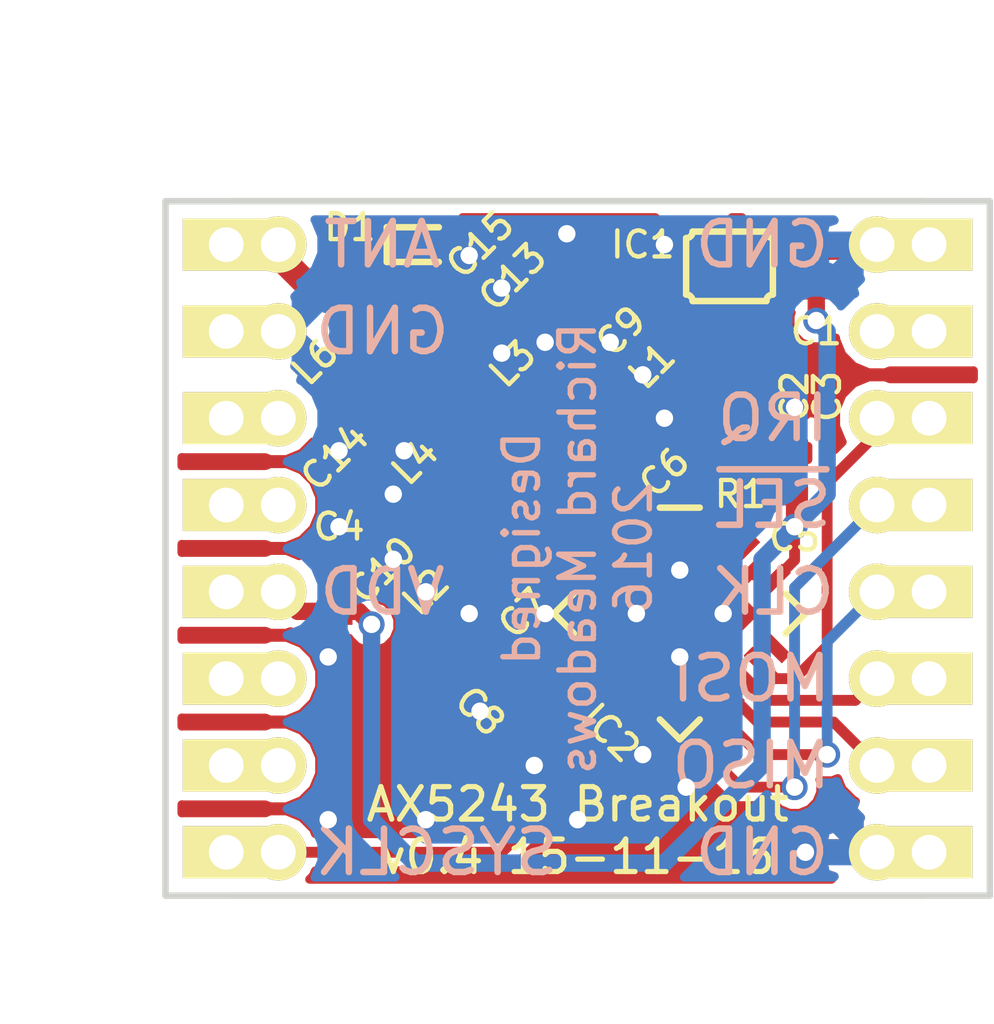
<source format=kicad_pcb>
(kicad_pcb (version 4) (host pcbnew 4.0.4-stable)

  (general
    (links 81)
    (no_connects 0)
    (area 146.592858 95.8 172.100001 120.235)
    (thickness 1)
    (drawings 39)
    (tracks 222)
    (zones 0)
    (modules 28)
    (nets 32)
  )

  (page A4)
  (layers
    (0 F.Cu signal)
    (31 B.Cu signal)
    (32 B.Adhes user)
    (33 F.Adhes user)
    (34 B.Paste user)
    (35 F.Paste user)
    (36 B.SilkS user)
    (37 F.SilkS user)
    (38 B.Mask user)
    (39 F.Mask user)
    (40 Dwgs.User user)
    (41 Cmts.User user)
    (42 Eco1.User user)
    (43 Eco2.User user)
    (44 Edge.Cuts user)
    (45 Margin user)
    (46 B.CrtYd user)
    (47 F.CrtYd user)
    (48 B.Fab user)
    (49 F.Fab user)
  )

  (setup
    (last_trace_width 0.25)
    (user_trace_width 0.1524)
    (user_trace_width 0.2)
    (user_trace_width 0.25)
    (user_trace_width 0.3)
    (user_trace_width 0.4)
    (user_trace_width 0.6)
    (user_trace_width 0.8)
    (trace_clearance 0.2)
    (zone_clearance 0.2)
    (zone_45_only yes)
    (trace_min 0.1524)
    (segment_width 0.2)
    (edge_width 0.15)
    (via_size 0.6)
    (via_drill 0.4)
    (via_min_size 0.4)
    (via_min_drill 0.3)
    (uvia_size 0.3)
    (uvia_drill 0.1)
    (uvias_allowed no)
    (uvia_min_size 0.2)
    (uvia_min_drill 0.1)
    (pcb_text_width 0.3)
    (pcb_text_size 1.5 1.5)
    (mod_edge_width 0.15)
    (mod_text_size 1 1)
    (mod_text_width 0.15)
    (pad_size 1.4 2)
    (pad_drill 0.8)
    (pad_to_mask_clearance 0)
    (aux_axis_origin 0 0)
    (visible_elements FFFCFF7F)
    (pcbplotparams
      (layerselection 0x00030_80000001)
      (usegerberextensions false)
      (excludeedgelayer true)
      (linewidth 0.100000)
      (plotframeref false)
      (viasonmask false)
      (mode 1)
      (useauxorigin false)
      (hpglpennumber 1)
      (hpglpenspeed 20)
      (hpglpendiameter 15)
      (hpglpenoverlay 2)
      (psnegative false)
      (psa4output false)
      (plotreference true)
      (plotvalue true)
      (plotinvisibletext false)
      (padsonsilk false)
      (subtractmaskfromsilk false)
      (outputformat 1)
      (mirror false)
      (drillshape 1)
      (scaleselection 1)
      (outputdirectory ""))
  )

  (net 0 "")
  (net 1 3v3)
  (net 2 GND)
  (net 3 16_TCXO)
  (net 4 /CLKp_1)
  (net 5 /CLKn_1)
  (net 6 /VDD_ANA1_1)
  (net 7 /VDD_ANA2_1)
  (net 8 /SYNTH_FILTER_1)
  (net 9 /ANTp_1)
  (net 10 /ANTn_1)
  (net 11 "Net-(C11-Pad2)")
  (net 12 "Net-(C12-Pad2)")
  (net 13 "Net-(C13-Pad2)")
  (net 14 "Net-(C14-Pad1)")
  (net 15 "Net-(IC1-Pad1)")
  (net 16 AX_SYSCLK_1)
  (net 17 AX_~SEL~_1)
  (net 18 AX_SCLK)
  (net 19 AX_MISO)
  (net 20 AX_MOSI)
  (net 21 AX_IRQ_1)
  (net 22 "Net-(IC2-Pad15)")
  (net 23 "Net-(IC3-Pad3)")
  (net 24 "Net-(IC3-Pad4)")
  (net 25 "Net-(IC3-Pad6)")
  (net 26 "Net-(IC3-Pad7)")
  (net 27 "Net-(IC3-Pad15)")
  (net 28 /AX_50Ω)
  (net 29 AX_50Ω)
  (net 30 /L1)
  (net 31 /L2)

  (net_class Default "This is the default net class."
    (clearance 0.2)
    (trace_width 0.25)
    (via_dia 0.6)
    (via_drill 0.4)
    (uvia_dia 0.3)
    (uvia_drill 0.1)
    (add_net /ANTn_1)
    (add_net /ANTp_1)
    (add_net /CLKn_1)
    (add_net /CLKp_1)
    (add_net /L1)
    (add_net /L2)
    (add_net /SYNTH_FILTER_1)
    (add_net /VDD_ANA1_1)
    (add_net /VDD_ANA2_1)
    (add_net 16_TCXO)
    (add_net 3v3)
    (add_net AX_50Ω)
    (add_net AX_IRQ_1)
    (add_net AX_MISO)
    (add_net AX_MOSI)
    (add_net AX_SCLK)
    (add_net AX_SYSCLK_1)
    (add_net AX_~SEL~_1)
    (add_net GND)
    (add_net "Net-(C11-Pad2)")
    (add_net "Net-(C12-Pad2)")
    (add_net "Net-(C13-Pad2)")
    (add_net "Net-(C14-Pad1)")
    (add_net "Net-(IC1-Pad1)")
    (add_net "Net-(IC2-Pad15)")
    (add_net "Net-(IC3-Pad15)")
    (add_net "Net-(IC3-Pad3)")
    (add_net "Net-(IC3-Pad4)")
    (add_net "Net-(IC3-Pad6)")
    (add_net "Net-(IC3-Pad7)")
  )

  (module rem:QFN-20-EP-AX (layer F.Cu) (tedit 57A8F216) (tstamp 57A71A80)
    (at 164.85355 110.5 315)
    (path /5789AE6E)
    (fp_text reference IC2 (at 0.810663 3.078425 315) (layer F.SilkS)
      (effects (font (size 0.6 0.6) (thickness 0.1)))
    )
    (fp_text value AX5243 (at 0 3.325 315) (layer F.Fab)
      (effects (font (size 0.6 0.6) (thickness 0.1)))
    )
    (fp_line (start -2.05 -2.05) (end 2.05 -2.05) (layer F.Fab) (width 0.01))
    (fp_line (start 2.05 -2.05) (end 2.05 2.05) (layer F.Fab) (width 0.01))
    (fp_line (start 2.05 2.05) (end -2.05 2.05) (layer F.Fab) (width 0.01))
    (fp_line (start -2.05 2.05) (end -2.05 -2.05) (layer F.Fab) (width 0.01))
    (fp_circle (center -1.25 -1.25) (end -1.25 -0.85) (layer F.Fab) (width 0.01))
    (fp_line (start -1.65 -1.15) (end -2.05 -1.15) (layer F.Fab) (width 0.01))
    (fp_line (start -2.05 -0.85) (end -1.65 -0.85) (layer F.Fab) (width 0.01))
    (fp_line (start -1.65 -0.85) (end -1.65 -1.15) (layer F.Fab) (width 0.01))
    (fp_line (start -1.65 -0.65) (end -2.05 -0.65) (layer F.Fab) (width 0.01))
    (fp_line (start -2.05 -0.35) (end -1.65 -0.35) (layer F.Fab) (width 0.01))
    (fp_line (start -1.65 -0.35) (end -1.65 -0.65) (layer F.Fab) (width 0.01))
    (fp_line (start -1.65 -0.15) (end -2.05 -0.15) (layer F.Fab) (width 0.01))
    (fp_line (start -2.05 0.15) (end -1.65 0.15) (layer F.Fab) (width 0.01))
    (fp_line (start -1.65 0.15) (end -1.65 -0.15) (layer F.Fab) (width 0.01))
    (fp_line (start -1.65 0.35) (end -2.05 0.35) (layer F.Fab) (width 0.01))
    (fp_line (start -2.05 0.65) (end -1.65 0.65) (layer F.Fab) (width 0.01))
    (fp_line (start -1.65 0.65) (end -1.65 0.35) (layer F.Fab) (width 0.01))
    (fp_line (start -1.65 0.85) (end -2.05 0.85) (layer F.Fab) (width 0.01))
    (fp_line (start -2.05 1.15) (end -1.65 1.15) (layer F.Fab) (width 0.01))
    (fp_line (start -1.65 1.15) (end -1.65 0.85) (layer F.Fab) (width 0.01))
    (fp_line (start 2.05 0.85) (end 1.65 0.85) (layer F.Fab) (width 0.01))
    (fp_line (start 1.65 0.85) (end 1.65 1.15) (layer F.Fab) (width 0.01))
    (fp_line (start 1.65 1.15) (end 2.05 1.15) (layer F.Fab) (width 0.01))
    (fp_line (start 2.05 0.35) (end 1.65 0.35) (layer F.Fab) (width 0.01))
    (fp_line (start 1.65 0.35) (end 1.65 0.65) (layer F.Fab) (width 0.01))
    (fp_line (start 1.65 0.65) (end 2.05 0.65) (layer F.Fab) (width 0.01))
    (fp_line (start 2.05 -0.15) (end 1.65 -0.15) (layer F.Fab) (width 0.01))
    (fp_line (start 1.65 -0.15) (end 1.65 0.15) (layer F.Fab) (width 0.01))
    (fp_line (start 1.65 0.15) (end 2.05 0.15) (layer F.Fab) (width 0.01))
    (fp_line (start 2.05 -0.65) (end 1.65 -0.65) (layer F.Fab) (width 0.01))
    (fp_line (start 1.65 -0.65) (end 1.65 -0.35) (layer F.Fab) (width 0.01))
    (fp_line (start 1.65 -0.35) (end 2.05 -0.35) (layer F.Fab) (width 0.01))
    (fp_line (start 2.05 -1.15) (end 1.65 -1.15) (layer F.Fab) (width 0.01))
    (fp_line (start 1.65 -1.15) (end 1.65 -0.85) (layer F.Fab) (width 0.01))
    (fp_line (start 1.65 -0.85) (end 2.05 -0.85) (layer F.Fab) (width 0.01))
    (fp_line (start 0.85 -1.65) (end 1.15 -1.65) (layer F.Fab) (width 0.01))
    (fp_line (start 1.15 -1.65) (end 1.15 -2.05) (layer F.Fab) (width 0.01))
    (fp_line (start 0.85 -2.05) (end 0.85 -1.65) (layer F.Fab) (width 0.01))
    (fp_line (start 0.35 -1.65) (end 0.65 -1.65) (layer F.Fab) (width 0.01))
    (fp_line (start 0.65 -1.65) (end 0.65 -2.05) (layer F.Fab) (width 0.01))
    (fp_line (start 0.35 -2.05) (end 0.35 -1.65) (layer F.Fab) (width 0.01))
    (fp_line (start -0.15 -1.65) (end 0.15 -1.65) (layer F.Fab) (width 0.01))
    (fp_line (start 0.15 -1.65) (end 0.15 -2.05) (layer F.Fab) (width 0.01))
    (fp_line (start -0.15 -2.05) (end -0.15 -1.65) (layer F.Fab) (width 0.01))
    (fp_line (start -0.65 -1.65) (end -0.35 -1.65) (layer F.Fab) (width 0.01))
    (fp_line (start -0.35 -1.65) (end -0.35 -2.05) (layer F.Fab) (width 0.01))
    (fp_line (start -0.65 -2.05) (end -0.65 -1.65) (layer F.Fab) (width 0.01))
    (fp_line (start -1.15 -1.65) (end -0.85 -1.65) (layer F.Fab) (width 0.01))
    (fp_line (start -0.85 -1.65) (end -0.85 -2.05) (layer F.Fab) (width 0.01))
    (fp_line (start -1.15 -2.05) (end -1.15 -1.65) (layer F.Fab) (width 0.01))
    (fp_line (start -0.85 2.05) (end -0.85 1.65) (layer F.Fab) (width 0.01))
    (fp_line (start -0.85 1.65) (end -1.15 1.65) (layer F.Fab) (width 0.01))
    (fp_line (start -1.15 1.65) (end -1.15 2.05) (layer F.Fab) (width 0.01))
    (fp_line (start -0.35 2.05) (end -0.35 1.65) (layer F.Fab) (width 0.01))
    (fp_line (start -0.35 1.65) (end -0.65 1.65) (layer F.Fab) (width 0.01))
    (fp_line (start -0.65 1.65) (end -0.65 2.05) (layer F.Fab) (width 0.01))
    (fp_line (start 0.15 2.05) (end 0.15 1.65) (layer F.Fab) (width 0.01))
    (fp_line (start 0.15 1.65) (end -0.15 1.65) (layer F.Fab) (width 0.01))
    (fp_line (start -0.15 1.65) (end -0.15 2.05) (layer F.Fab) (width 0.01))
    (fp_line (start 0.65 2.05) (end 0.65 1.65) (layer F.Fab) (width 0.01))
    (fp_line (start 0.65 1.65) (end 0.35 1.65) (layer F.Fab) (width 0.01))
    (fp_line (start 0.35 1.65) (end 0.35 2.05) (layer F.Fab) (width 0.01))
    (fp_line (start 1.15 2.05) (end 1.15 1.65) (layer F.Fab) (width 0.01))
    (fp_line (start 1.15 1.65) (end 0.85 1.65) (layer F.Fab) (width 0.01))
    (fp_line (start 0.85 1.65) (end 0.85 2.05) (layer F.Fab) (width 0.01))
    (fp_line (start -2.05 -1.4) (end -1.4 -2.05) (layer F.SilkS) (width 0.15))
    (fp_line (start 1.4 -2.05) (end 2.05 -2.05) (layer F.SilkS) (width 0.15))
    (fp_line (start 2.05 -2.05) (end 2.05 -1.4) (layer F.SilkS) (width 0.15))
    (fp_line (start 1.4 2.05) (end 2.05 2.05) (layer F.SilkS) (width 0.15))
    (fp_line (start 2.05 2.05) (end 2.05 1.4) (layer F.SilkS) (width 0.15))
    (fp_line (start -1.4 2.05) (end -2.05 2.05) (layer F.SilkS) (width 0.15))
    (fp_line (start -2.05 2.05) (end -2.05 1.4) (layer F.SilkS) (width 0.15))
    (fp_line (start -2.65 -2.65) (end 2.65 -2.65) (layer F.CrtYd) (width 0.01))
    (fp_line (start 2.65 -2.65) (end 2.65 2.65) (layer F.CrtYd) (width 0.01))
    (fp_line (start 2.65 2.65) (end -2.65 2.65) (layer F.CrtYd) (width 0.01))
    (fp_line (start -2.65 2.65) (end -2.65 -2.65) (layer F.CrtYd) (width 0.01))
    (pad 1 smd rect (at -2.1 -1 315) (size 0.75 0.3) (layers F.Cu F.Paste F.Mask)
      (net 6 /VDD_ANA1_1))
    (pad 2 smd rect (at -2.1 -0.5 315) (size 0.75 0.3) (layers F.Cu F.Paste F.Mask)
      (net 2 GND))
    (pad 3 smd rect (at -2.1 0 315) (size 0.75 0.3) (layers F.Cu F.Paste F.Mask)
      (net 9 /ANTp_1))
    (pad 4 smd rect (at -2.1 0.5 315) (size 0.75 0.3) (layers F.Cu F.Paste F.Mask)
      (net 10 /ANTn_1))
    (pad 5 smd rect (at -2.1 1 315) (size 0.75 0.3) (layers F.Cu F.Paste F.Mask)
      (net 7 /VDD_ANA2_1))
    (pad 6 smd rect (at -1 2.1 315) (size 0.3 0.75) (layers F.Cu F.Paste F.Mask)
      (net 8 /SYNTH_FILTER_1))
    (pad 7 smd rect (at -0.5 2.1 315) (size 0.3 0.75) (layers F.Cu F.Paste F.Mask)
      (net 30 /L1))
    (pad 8 smd rect (at 0 2.1 315) (size 0.3 0.75) (layers F.Cu F.Paste F.Mask)
      (net 31 /L2))
    (pad 9 smd rect (at 0.5 2.1 315) (size 0.3 0.75) (layers F.Cu F.Paste F.Mask)
      (net 16 AX_SYSCLK_1))
    (pad 10 smd rect (at 1 2.1 315) (size 0.3 0.75) (layers F.Cu F.Paste F.Mask)
      (net 17 AX_~SEL~_1))
    (pad 11 smd rect (at 2.1 1 315) (size 0.75 0.3) (layers F.Cu F.Paste F.Mask)
      (net 18 AX_SCLK))
    (pad 12 smd rect (at 2.1 0.5 315) (size 0.75 0.3) (layers F.Cu F.Paste F.Mask)
      (net 19 AX_MISO))
    (pad 13 smd rect (at 2.1 0 315) (size 0.75 0.3) (layers F.Cu F.Paste F.Mask)
      (net 20 AX_MOSI))
    (pad 14 smd rect (at 2.1 -0.5 315) (size 0.75 0.3) (layers F.Cu F.Paste F.Mask)
      (net 21 AX_IRQ_1))
    (pad 15 smd rect (at 2.1 -1 315) (size 0.75 0.3) (layers F.Cu F.Paste F.Mask)
      (net 22 "Net-(IC2-Pad15)"))
    (pad 16 smd rect (at 1 -2.1 315) (size 0.3 0.75) (layers F.Cu F.Paste F.Mask)
      (net 1 3v3))
    (pad 17 smd rect (at 0.5 -2.1 315) (size 0.3 0.75) (layers F.Cu F.Paste F.Mask)
      (net 2 GND))
    (pad 18 smd rect (at 0 -2.1 315) (size 0.3 0.75) (layers F.Cu F.Paste F.Mask)
      (net 2 GND))
    (pad 19 smd rect (at -0.5 -2.1 315) (size 0.3 0.75) (layers F.Cu F.Paste F.Mask)
      (net 5 /CLKn_1))
    (pad 20 smd rect (at -1 -2.1 315) (size 0.3 0.75) (layers F.Cu F.Paste F.Mask)
      (net 4 /CLKp_1))
    (pad EP smd rect (at -0.65 -0.65 315) (size 1.1 1.1) (layers F.Cu F.Paste)
      (net 2 GND) (solder_paste_margin 0.001))
    (pad EP smd rect (at -0.65 0.65 315) (size 1.1 1.1) (layers F.Cu F.Paste)
      (net 2 GND) (solder_paste_margin 0.001))
    (pad EP smd rect (at 0.65 -0.65 315) (size 1.1 1.1) (layers F.Cu F.Paste)
      (net 2 GND) (solder_paste_margin 0.001))
    (pad EP smd rect (at 0.65 0.65 315) (size 1.1 1.1) (layers F.Cu F.Paste)
      (net 2 GND) (solder_paste_margin 0.001))
    (pad EP smd rect (at 0 0 315) (size 2.6 2.6) (layers F.Cu F.Mask)
      (net 2 GND) (solder_mask_margin 0.001))
    (model ${KISYS3DMOD}/Housings_DFN_QFN.3dshapes/QFN-20-1EP_4x4mm_Pitch0.5mm.wrl
      (at (xyz 0 0 0))
      (scale (xyz 1 1 1))
      (rotate (xyz 0 0 0))
    )
  )

  (module agg:0402 (layer F.Cu) (tedit 57A8F030) (tstamp 57A71909)
    (at 168 102.5 90)
    (path /5742F889)
    (fp_text reference C1 (at -1.5 0 180) (layer F.SilkS)
      (effects (font (size 0.6 0.6) (thickness 0.1)))
    )
    (fp_text value 1µF (at 1.71 0 180) (layer F.Fab)
      (effects (font (size 0.6 0.6) (thickness 0.1)))
    )
    (fp_line (start -0.5 -0.25) (end 0.5 -0.25) (layer F.Fab) (width 0.01))
    (fp_line (start 0.5 -0.25) (end 0.5 0.25) (layer F.Fab) (width 0.01))
    (fp_line (start 0.5 0.25) (end -0.5 0.25) (layer F.Fab) (width 0.01))
    (fp_line (start -0.5 0.25) (end -0.5 -0.25) (layer F.Fab) (width 0.01))
    (fp_line (start -0.2 -0.25) (end -0.2 0.25) (layer F.Fab) (width 0.01))
    (fp_line (start 0.2 -0.25) (end 0.2 0.25) (layer F.Fab) (width 0.01))
    (fp_line (start -1.05 -0.6) (end 1.05 -0.6) (layer F.CrtYd) (width 0.01))
    (fp_line (start 1.05 -0.6) (end 1.05 0.6) (layer F.CrtYd) (width 0.01))
    (fp_line (start 1.05 0.6) (end -1.05 0.6) (layer F.CrtYd) (width 0.01))
    (fp_line (start -1.05 0.6) (end -1.05 -0.6) (layer F.CrtYd) (width 0.01))
    (pad 1 smd rect (at -0.45 0 90) (size 0.62 0.62) (layers F.Cu F.Paste F.Mask)
      (net 1 3v3))
    (pad 2 smd rect (at 0.45 0 90) (size 0.62 0.62) (layers F.Cu F.Paste F.Mask)
      (net 2 GND))
    (model ${KISYS3DMOD}/Resistors_SMD.3dshapes/R_0402.wrl
      (at (xyz 0 0 0))
      (scale (xyz 1 1 1))
      (rotate (xyz 0 0 0))
    )
  )

  (module agg:0402 (layer F.Cu) (tedit 57A8F145) (tstamp 57A71919)
    (at 165.25 105 270)
    (path /5789ADF4)
    (fp_text reference C2 (at 0.5 -2.25 450) (layer F.SilkS)
      (effects (font (size 0.6 0.6) (thickness 0.1)))
    )
    (fp_text value 1nF (at 1.71 0 360) (layer F.Fab)
      (effects (font (size 0.6 0.6) (thickness 0.1)))
    )
    (fp_line (start -0.5 -0.25) (end 0.5 -0.25) (layer F.Fab) (width 0.01))
    (fp_line (start 0.5 -0.25) (end 0.5 0.25) (layer F.Fab) (width 0.01))
    (fp_line (start 0.5 0.25) (end -0.5 0.25) (layer F.Fab) (width 0.01))
    (fp_line (start -0.5 0.25) (end -0.5 -0.25) (layer F.Fab) (width 0.01))
    (fp_line (start -0.2 -0.25) (end -0.2 0.25) (layer F.Fab) (width 0.01))
    (fp_line (start 0.2 -0.25) (end 0.2 0.25) (layer F.Fab) (width 0.01))
    (fp_line (start -1.05 -0.6) (end 1.05 -0.6) (layer F.CrtYd) (width 0.01))
    (fp_line (start 1.05 -0.6) (end 1.05 0.6) (layer F.CrtYd) (width 0.01))
    (fp_line (start 1.05 0.6) (end -1.05 0.6) (layer F.CrtYd) (width 0.01))
    (fp_line (start -1.05 0.6) (end -1.05 -0.6) (layer F.CrtYd) (width 0.01))
    (pad 1 smd rect (at -0.45 0 270) (size 0.62 0.62) (layers F.Cu F.Paste F.Mask)
      (net 3 16_TCXO))
    (pad 2 smd rect (at 0.45 0 270) (size 0.62 0.62) (layers F.Cu F.Paste F.Mask)
      (net 4 /CLKp_1))
    (model ${KISYS3DMOD}/Resistors_SMD.3dshapes/R_0402.wrl
      (at (xyz 0 0 0))
      (scale (xyz 1 1 1))
      (rotate (xyz 0 0 0))
    )
  )

  (module agg:0402 (layer F.Cu) (tedit 57A8F13C) (tstamp 57A71929)
    (at 166.5 105 270)
    (path /5789AF57)
    (fp_text reference C3 (at 0.5 -1.75 450) (layer F.SilkS)
      (effects (font (size 0.6 0.6) (thickness 0.1)))
    )
    (fp_text value 1nF (at 1.71 0 360) (layer F.Fab)
      (effects (font (size 0.6 0.6) (thickness 0.1)))
    )
    (fp_line (start -0.5 -0.25) (end 0.5 -0.25) (layer F.Fab) (width 0.01))
    (fp_line (start 0.5 -0.25) (end 0.5 0.25) (layer F.Fab) (width 0.01))
    (fp_line (start 0.5 0.25) (end -0.5 0.25) (layer F.Fab) (width 0.01))
    (fp_line (start -0.5 0.25) (end -0.5 -0.25) (layer F.Fab) (width 0.01))
    (fp_line (start -0.2 -0.25) (end -0.2 0.25) (layer F.Fab) (width 0.01))
    (fp_line (start 0.2 -0.25) (end 0.2 0.25) (layer F.Fab) (width 0.01))
    (fp_line (start -1.05 -0.6) (end 1.05 -0.6) (layer F.CrtYd) (width 0.01))
    (fp_line (start 1.05 -0.6) (end 1.05 0.6) (layer F.CrtYd) (width 0.01))
    (fp_line (start 1.05 0.6) (end -1.05 0.6) (layer F.CrtYd) (width 0.01))
    (fp_line (start -1.05 0.6) (end -1.05 -0.6) (layer F.CrtYd) (width 0.01))
    (pad 1 smd rect (at -0.45 0 270) (size 0.62 0.62) (layers F.Cu F.Paste F.Mask)
      (net 2 GND))
    (pad 2 smd rect (at 0.45 0 270) (size 0.62 0.62) (layers F.Cu F.Paste F.Mask)
      (net 5 /CLKn_1))
    (model ${KISYS3DMOD}/Resistors_SMD.3dshapes/R_0402.wrl
      (at (xyz 0 0 0))
      (scale (xyz 1 1 1))
      (rotate (xyz 0 0 0))
    )
  )

  (module agg:0402 (layer F.Cu) (tedit 57A8F008) (tstamp 57A71939)
    (at 157 110 90)
    (path /5789AE08)
    (fp_text reference C4 (at 1.5 0 180) (layer F.SilkS)
      (effects (font (size 0.6 0.6) (thickness 0.1)))
    )
    (fp_text value 4.7µF (at 1.71 0 180) (layer F.Fab)
      (effects (font (size 0.6 0.6) (thickness 0.1)))
    )
    (fp_line (start -0.5 -0.25) (end 0.5 -0.25) (layer F.Fab) (width 0.01))
    (fp_line (start 0.5 -0.25) (end 0.5 0.25) (layer F.Fab) (width 0.01))
    (fp_line (start 0.5 0.25) (end -0.5 0.25) (layer F.Fab) (width 0.01))
    (fp_line (start -0.5 0.25) (end -0.5 -0.25) (layer F.Fab) (width 0.01))
    (fp_line (start -0.2 -0.25) (end -0.2 0.25) (layer F.Fab) (width 0.01))
    (fp_line (start 0.2 -0.25) (end 0.2 0.25) (layer F.Fab) (width 0.01))
    (fp_line (start -1.05 -0.6) (end 1.05 -0.6) (layer F.CrtYd) (width 0.01))
    (fp_line (start 1.05 -0.6) (end 1.05 0.6) (layer F.CrtYd) (width 0.01))
    (fp_line (start 1.05 0.6) (end -1.05 0.6) (layer F.CrtYd) (width 0.01))
    (fp_line (start -1.05 0.6) (end -1.05 -0.6) (layer F.CrtYd) (width 0.01))
    (pad 1 smd rect (at -0.45 0 90) (size 0.62 0.62) (layers F.Cu F.Paste F.Mask)
      (net 1 3v3))
    (pad 2 smd rect (at 0.45 0 90) (size 0.62 0.62) (layers F.Cu F.Paste F.Mask)
      (net 2 GND))
    (model ${KISYS3DMOD}/Resistors_SMD.3dshapes/R_0402.wrl
      (at (xyz 0 0 0))
      (scale (xyz 1 1 1))
      (rotate (xyz 0 0 0))
    )
  )

  (module agg:0402 (layer F.Cu) (tedit 57A8F024) (tstamp 57A71949)
    (at 167.5 107.25 90)
    (path /5789ADFB)
    (fp_text reference C5 (at -1.5 0 180) (layer F.SilkS)
      (effects (font (size 0.6 0.6) (thickness 0.1)))
    )
    (fp_text value 100nF (at 1.71 0 180) (layer F.Fab)
      (effects (font (size 0.6 0.6) (thickness 0.1)))
    )
    (fp_line (start -0.5 -0.25) (end 0.5 -0.25) (layer F.Fab) (width 0.01))
    (fp_line (start 0.5 -0.25) (end 0.5 0.25) (layer F.Fab) (width 0.01))
    (fp_line (start 0.5 0.25) (end -0.5 0.25) (layer F.Fab) (width 0.01))
    (fp_line (start -0.5 0.25) (end -0.5 -0.25) (layer F.Fab) (width 0.01))
    (fp_line (start -0.2 -0.25) (end -0.2 0.25) (layer F.Fab) (width 0.01))
    (fp_line (start 0.2 -0.25) (end 0.2 0.25) (layer F.Fab) (width 0.01))
    (fp_line (start -1.05 -0.6) (end 1.05 -0.6) (layer F.CrtYd) (width 0.01))
    (fp_line (start 1.05 -0.6) (end 1.05 0.6) (layer F.CrtYd) (width 0.01))
    (fp_line (start 1.05 0.6) (end -1.05 0.6) (layer F.CrtYd) (width 0.01))
    (fp_line (start -1.05 0.6) (end -1.05 -0.6) (layer F.CrtYd) (width 0.01))
    (pad 1 smd rect (at -0.45 0 90) (size 0.62 0.62) (layers F.Cu F.Paste F.Mask)
      (net 1 3v3))
    (pad 2 smd rect (at 0.45 0 90) (size 0.62 0.62) (layers F.Cu F.Paste F.Mask)
      (net 2 GND))
    (model ${KISYS3DMOD}/Resistors_SMD.3dshapes/R_0402.wrl
      (at (xyz 0 0 0))
      (scale (xyz 1 1 1))
      (rotate (xyz 0 0 0))
    )
  )

  (module agg:0402 (layer F.Cu) (tedit 57A8EF66) (tstamp 57A71959)
    (at 163.5 107 225)
    (path /5789AE7C)
    (fp_text reference C6 (at -0.53033 -0.883883 225) (layer F.SilkS)
      (effects (font (size 0.6 0.6) (thickness 0.1)))
    )
    (fp_text value 100nF (at 1.71 0 315) (layer F.Fab)
      (effects (font (size 0.6 0.6) (thickness 0.1)))
    )
    (fp_line (start -0.5 -0.25) (end 0.5 -0.25) (layer F.Fab) (width 0.01))
    (fp_line (start 0.5 -0.25) (end 0.5 0.25) (layer F.Fab) (width 0.01))
    (fp_line (start 0.5 0.25) (end -0.5 0.25) (layer F.Fab) (width 0.01))
    (fp_line (start -0.5 0.25) (end -0.5 -0.25) (layer F.Fab) (width 0.01))
    (fp_line (start -0.2 -0.25) (end -0.2 0.25) (layer F.Fab) (width 0.01))
    (fp_line (start 0.2 -0.25) (end 0.2 0.25) (layer F.Fab) (width 0.01))
    (fp_line (start -1.05 -0.6) (end 1.05 -0.6) (layer F.CrtYd) (width 0.01))
    (fp_line (start 1.05 -0.6) (end 1.05 0.6) (layer F.CrtYd) (width 0.01))
    (fp_line (start 1.05 0.6) (end -1.05 0.6) (layer F.CrtYd) (width 0.01))
    (fp_line (start -1.05 0.6) (end -1.05 -0.6) (layer F.CrtYd) (width 0.01))
    (pad 1 smd rect (at -0.45 0 225) (size 0.62 0.62) (layers F.Cu F.Paste F.Mask)
      (net 6 /VDD_ANA1_1))
    (pad 2 smd rect (at 0.45 0 225) (size 0.62 0.62) (layers F.Cu F.Paste F.Mask)
      (net 2 GND))
    (model ${KISYS3DMOD}/Resistors_SMD.3dshapes/R_0402.wrl
      (at (xyz 0 0 0))
      (scale (xyz 1 1 1))
      (rotate (xyz 0 0 0))
    )
  )

  (module agg:0402 (layer F.Cu) (tedit 57A8F0E8) (tstamp 57A71969)
    (at 161 109.5 225)
    (path /5789AE83)
    (fp_text reference C7 (at 0.53033 -0.883883 225) (layer F.SilkS)
      (effects (font (size 0.6 0.6) (thickness 0.1)))
    )
    (fp_text value 100nF (at 1.71 0 315) (layer F.Fab)
      (effects (font (size 0.6 0.6) (thickness 0.1)))
    )
    (fp_line (start -0.5 -0.25) (end 0.5 -0.25) (layer F.Fab) (width 0.01))
    (fp_line (start 0.5 -0.25) (end 0.5 0.25) (layer F.Fab) (width 0.01))
    (fp_line (start 0.5 0.25) (end -0.5 0.25) (layer F.Fab) (width 0.01))
    (fp_line (start -0.5 0.25) (end -0.5 -0.25) (layer F.Fab) (width 0.01))
    (fp_line (start -0.2 -0.25) (end -0.2 0.25) (layer F.Fab) (width 0.01))
    (fp_line (start 0.2 -0.25) (end 0.2 0.25) (layer F.Fab) (width 0.01))
    (fp_line (start -1.05 -0.6) (end 1.05 -0.6) (layer F.CrtYd) (width 0.01))
    (fp_line (start 1.05 -0.6) (end 1.05 0.6) (layer F.CrtYd) (width 0.01))
    (fp_line (start 1.05 0.6) (end -1.05 0.6) (layer F.CrtYd) (width 0.01))
    (fp_line (start -1.05 0.6) (end -1.05 -0.6) (layer F.CrtYd) (width 0.01))
    (pad 1 smd rect (at -0.45 0 225) (size 0.62 0.62) (layers F.Cu F.Paste F.Mask)
      (net 7 /VDD_ANA2_1))
    (pad 2 smd rect (at 0.45 0 225) (size 0.62 0.62) (layers F.Cu F.Paste F.Mask)
      (net 2 GND))
    (model ${KISYS3DMOD}/Resistors_SMD.3dshapes/R_0402.wrl
      (at (xyz 0 0 0))
      (scale (xyz 1 1 1))
      (rotate (xyz 0 0 0))
    )
  )

  (module agg:0402 (layer F.Cu) (tedit 57A8EF7B) (tstamp 57A71979)
    (at 161.25 111.75 225)
    (path /5789AE9F)
    (fp_text reference C8 (at 1.414214 0 315) (layer F.SilkS)
      (effects (font (size 0.6 0.6) (thickness 0.1)))
    )
    (fp_text value 39pF (at 1.71 0 315) (layer F.Fab)
      (effects (font (size 0.6 0.6) (thickness 0.1)))
    )
    (fp_line (start -0.5 -0.25) (end 0.5 -0.25) (layer F.Fab) (width 0.01))
    (fp_line (start 0.5 -0.25) (end 0.5 0.25) (layer F.Fab) (width 0.01))
    (fp_line (start 0.5 0.25) (end -0.5 0.25) (layer F.Fab) (width 0.01))
    (fp_line (start -0.5 0.25) (end -0.5 -0.25) (layer F.Fab) (width 0.01))
    (fp_line (start -0.2 -0.25) (end -0.2 0.25) (layer F.Fab) (width 0.01))
    (fp_line (start 0.2 -0.25) (end 0.2 0.25) (layer F.Fab) (width 0.01))
    (fp_line (start -1.05 -0.6) (end 1.05 -0.6) (layer F.CrtYd) (width 0.01))
    (fp_line (start 1.05 -0.6) (end 1.05 0.6) (layer F.CrtYd) (width 0.01))
    (fp_line (start 1.05 0.6) (end -1.05 0.6) (layer F.CrtYd) (width 0.01))
    (fp_line (start -1.05 0.6) (end -1.05 -0.6) (layer F.CrtYd) (width 0.01))
    (pad 1 smd rect (at -0.45 0 225) (size 0.62 0.62) (layers F.Cu F.Paste F.Mask)
      (net 8 /SYNTH_FILTER_1))
    (pad 2 smd rect (at 0.45 0 225) (size 0.62 0.62) (layers F.Cu F.Paste F.Mask)
      (net 2 GND))
    (model ${KISYS3DMOD}/Resistors_SMD.3dshapes/R_0402.wrl
      (at (xyz 0 0 0))
      (scale (xyz 1 1 1))
      (rotate (xyz 0 0 0))
    )
  )

  (module agg:0402 (layer F.Cu) (tedit 57A8F063) (tstamp 57A71989)
    (at 162.25 105.25 225)
    (path /57899B5A)
    (fp_text reference C9 (at -1.767767 0 225) (layer F.SilkS)
      (effects (font (size 0.6 0.6) (thickness 0.1)))
    )
    (fp_text value 4.3pF (at 1.71 0 315) (layer F.Fab)
      (effects (font (size 0.6 0.6) (thickness 0.1)))
    )
    (fp_line (start -0.5 -0.25) (end 0.5 -0.25) (layer F.Fab) (width 0.01))
    (fp_line (start 0.5 -0.25) (end 0.5 0.25) (layer F.Fab) (width 0.01))
    (fp_line (start 0.5 0.25) (end -0.5 0.25) (layer F.Fab) (width 0.01))
    (fp_line (start -0.5 0.25) (end -0.5 -0.25) (layer F.Fab) (width 0.01))
    (fp_line (start -0.2 -0.25) (end -0.2 0.25) (layer F.Fab) (width 0.01))
    (fp_line (start 0.2 -0.25) (end 0.2 0.25) (layer F.Fab) (width 0.01))
    (fp_line (start -1.05 -0.6) (end 1.05 -0.6) (layer F.CrtYd) (width 0.01))
    (fp_line (start 1.05 -0.6) (end 1.05 0.6) (layer F.CrtYd) (width 0.01))
    (fp_line (start 1.05 0.6) (end -1.05 0.6) (layer F.CrtYd) (width 0.01))
    (fp_line (start -1.05 0.6) (end -1.05 -0.6) (layer F.CrtYd) (width 0.01))
    (pad 1 smd rect (at -0.45 0 225) (size 0.62 0.62) (layers F.Cu F.Paste F.Mask)
      (net 2 GND))
    (pad 2 smd rect (at 0.45 0 225) (size 0.62 0.62) (layers F.Cu F.Paste F.Mask)
      (net 9 /ANTp_1))
    (model ${KISYS3DMOD}/Resistors_SMD.3dshapes/R_0402.wrl
      (at (xyz 0 0 0))
      (scale (xyz 1 1 1))
      (rotate (xyz 0 0 0))
    )
  )

  (module agg:0402 (layer F.Cu) (tedit 57A8F086) (tstamp 57A71999)
    (at 159.25 108.25 225)
    (path /57899A8F)
    (fp_text reference C10 (at 1.767767 0 225) (layer F.SilkS)
      (effects (font (size 0.6 0.6) (thickness 0.1)))
    )
    (fp_text value 4.3pF (at 1.71 0 315) (layer F.Fab)
      (effects (font (size 0.6 0.6) (thickness 0.1)))
    )
    (fp_line (start -0.5 -0.25) (end 0.5 -0.25) (layer F.Fab) (width 0.01))
    (fp_line (start 0.5 -0.25) (end 0.5 0.25) (layer F.Fab) (width 0.01))
    (fp_line (start 0.5 0.25) (end -0.5 0.25) (layer F.Fab) (width 0.01))
    (fp_line (start -0.5 0.25) (end -0.5 -0.25) (layer F.Fab) (width 0.01))
    (fp_line (start -0.2 -0.25) (end -0.2 0.25) (layer F.Fab) (width 0.01))
    (fp_line (start 0.2 -0.25) (end 0.2 0.25) (layer F.Fab) (width 0.01))
    (fp_line (start -1.05 -0.6) (end 1.05 -0.6) (layer F.CrtYd) (width 0.01))
    (fp_line (start 1.05 -0.6) (end 1.05 0.6) (layer F.CrtYd) (width 0.01))
    (fp_line (start 1.05 0.6) (end -1.05 0.6) (layer F.CrtYd) (width 0.01))
    (fp_line (start -1.05 0.6) (end -1.05 -0.6) (layer F.CrtYd) (width 0.01))
    (pad 1 smd rect (at -0.45 0 225) (size 0.62 0.62) (layers F.Cu F.Paste F.Mask)
      (net 10 /ANTn_1))
    (pad 2 smd rect (at 0.45 0 225) (size 0.62 0.62) (layers F.Cu F.Paste F.Mask)
      (net 2 GND))
    (model ${KISYS3DMOD}/Resistors_SMD.3dshapes/R_0402.wrl
      (at (xyz 0 0 0))
      (scale (xyz 1 1 1))
      (rotate (xyz 0 0 0))
    )
  )

  (module agg:0402 (layer F.Cu) (tedit 57A8EEDA) (tstamp 57A719A9)
    (at 161.5 106.75 135)
    (path /5789AECE)
    (fp_text reference C11 (at 0 0 315) (layer F.Fab)
      (effects (font (size 0.6 0.6) (thickness 0.1)))
    )
    (fp_text value 2.7pF (at 1.71 0 225) (layer F.Fab)
      (effects (font (size 0.6 0.6) (thickness 0.1)))
    )
    (fp_line (start -0.5 -0.25) (end 0.5 -0.25) (layer F.Fab) (width 0.01))
    (fp_line (start 0.5 -0.25) (end 0.5 0.25) (layer F.Fab) (width 0.01))
    (fp_line (start 0.5 0.25) (end -0.5 0.25) (layer F.Fab) (width 0.01))
    (fp_line (start -0.5 0.25) (end -0.5 -0.25) (layer F.Fab) (width 0.01))
    (fp_line (start -0.2 -0.25) (end -0.2 0.25) (layer F.Fab) (width 0.01))
    (fp_line (start 0.2 -0.25) (end 0.2 0.25) (layer F.Fab) (width 0.01))
    (fp_line (start -1.05 -0.6) (end 1.05 -0.6) (layer F.CrtYd) (width 0.01))
    (fp_line (start 1.05 -0.6) (end 1.05 0.6) (layer F.CrtYd) (width 0.01))
    (fp_line (start 1.05 0.6) (end -1.05 0.6) (layer F.CrtYd) (width 0.01))
    (fp_line (start -1.05 0.6) (end -1.05 -0.6) (layer F.CrtYd) (width 0.01))
    (pad 1 smd rect (at -0.45 0 135) (size 0.62 0.62) (layers F.Cu F.Paste F.Mask)
      (net 9 /ANTp_1))
    (pad 2 smd rect (at 0.45 0 135) (size 0.62 0.62) (layers F.Cu F.Paste F.Mask)
      (net 11 "Net-(C11-Pad2)"))
    (model ${KISYS3DMOD}/Resistors_SMD.3dshapes/R_0402.wrl
      (at (xyz 0 0 0))
      (scale (xyz 1 1 1))
      (rotate (xyz 0 0 0))
    )
  )

  (module agg:0402 (layer F.Cu) (tedit 57A8EEE0) (tstamp 57A719B9)
    (at 160.75 107.5 135)
    (path /5789AEC7)
    (fp_text reference C12 (at 0 0 315) (layer F.Fab)
      (effects (font (size 0.6 0.6) (thickness 0.1)))
    )
    (fp_text value 2.7pF (at 1.71 0 225) (layer F.Fab)
      (effects (font (size 0.6 0.6) (thickness 0.1)))
    )
    (fp_line (start -0.5 -0.25) (end 0.5 -0.25) (layer F.Fab) (width 0.01))
    (fp_line (start 0.5 -0.25) (end 0.5 0.25) (layer F.Fab) (width 0.01))
    (fp_line (start 0.5 0.25) (end -0.5 0.25) (layer F.Fab) (width 0.01))
    (fp_line (start -0.5 0.25) (end -0.5 -0.25) (layer F.Fab) (width 0.01))
    (fp_line (start -0.2 -0.25) (end -0.2 0.25) (layer F.Fab) (width 0.01))
    (fp_line (start 0.2 -0.25) (end 0.2 0.25) (layer F.Fab) (width 0.01))
    (fp_line (start -1.05 -0.6) (end 1.05 -0.6) (layer F.CrtYd) (width 0.01))
    (fp_line (start 1.05 -0.6) (end 1.05 0.6) (layer F.CrtYd) (width 0.01))
    (fp_line (start 1.05 0.6) (end -1.05 0.6) (layer F.CrtYd) (width 0.01))
    (fp_line (start -1.05 0.6) (end -1.05 -0.6) (layer F.CrtYd) (width 0.01))
    (pad 1 smd rect (at -0.45 0 135) (size 0.62 0.62) (layers F.Cu F.Paste F.Mask)
      (net 10 /ANTn_1))
    (pad 2 smd rect (at 0.45 0 135) (size 0.62 0.62) (layers F.Cu F.Paste F.Mask)
      (net 12 "Net-(C12-Pad2)"))
    (model ${KISYS3DMOD}/Resistors_SMD.3dshapes/R_0402.wrl
      (at (xyz 0 0 0))
      (scale (xyz 1 1 1))
      (rotate (xyz 0 0 0))
    )
  )

  (module agg:0402 (layer F.Cu) (tedit 57A8F115) (tstamp 57A719C9)
    (at 159.75 104 225)
    (path /5789AEF6)
    (fp_text reference C13 (at -1.767767 0 225) (layer F.SilkS)
      (effects (font (size 0.6 0.6) (thickness 0.1)))
    )
    (fp_text value 8.2pF (at 1.71 0 315) (layer F.Fab)
      (effects (font (size 0.6 0.6) (thickness 0.1)))
    )
    (fp_line (start -0.5 -0.25) (end 0.5 -0.25) (layer F.Fab) (width 0.01))
    (fp_line (start 0.5 -0.25) (end 0.5 0.25) (layer F.Fab) (width 0.01))
    (fp_line (start 0.5 0.25) (end -0.5 0.25) (layer F.Fab) (width 0.01))
    (fp_line (start -0.5 0.25) (end -0.5 -0.25) (layer F.Fab) (width 0.01))
    (fp_line (start -0.2 -0.25) (end -0.2 0.25) (layer F.Fab) (width 0.01))
    (fp_line (start 0.2 -0.25) (end 0.2 0.25) (layer F.Fab) (width 0.01))
    (fp_line (start -1.05 -0.6) (end 1.05 -0.6) (layer F.CrtYd) (width 0.01))
    (fp_line (start 1.05 -0.6) (end 1.05 0.6) (layer F.CrtYd) (width 0.01))
    (fp_line (start 1.05 0.6) (end -1.05 0.6) (layer F.CrtYd) (width 0.01))
    (fp_line (start -1.05 0.6) (end -1.05 -0.6) (layer F.CrtYd) (width 0.01))
    (pad 1 smd rect (at -0.45 0 225) (size 0.62 0.62) (layers F.Cu F.Paste F.Mask)
      (net 2 GND))
    (pad 2 smd rect (at 0.45 0 225) (size 0.62 0.62) (layers F.Cu F.Paste F.Mask)
      (net 13 "Net-(C13-Pad2)"))
    (model ${KISYS3DMOD}/Resistors_SMD.3dshapes/R_0402.wrl
      (at (xyz 0 0 0))
      (scale (xyz 1 1 1))
      (rotate (xyz 0 0 0))
    )
  )

  (module agg:0402 (layer F.Cu) (tedit 57AB761D) (tstamp 57A719D9)
    (at 158 105.75 225)
    (path /5789AEEF)
    (fp_text reference C14 (at 1.59099 -0.035355 225) (layer F.SilkS)
      (effects (font (size 0.6 0.6) (thickness 0.1)))
    )
    (fp_text value 8.2pF (at 1.71 0 315) (layer F.Fab)
      (effects (font (size 0.6 0.6) (thickness 0.1)))
    )
    (fp_line (start -0.5 -0.25) (end 0.5 -0.25) (layer F.Fab) (width 0.01))
    (fp_line (start 0.5 -0.25) (end 0.5 0.25) (layer F.Fab) (width 0.01))
    (fp_line (start 0.5 0.25) (end -0.5 0.25) (layer F.Fab) (width 0.01))
    (fp_line (start -0.5 0.25) (end -0.5 -0.25) (layer F.Fab) (width 0.01))
    (fp_line (start -0.2 -0.25) (end -0.2 0.25) (layer F.Fab) (width 0.01))
    (fp_line (start 0.2 -0.25) (end 0.2 0.25) (layer F.Fab) (width 0.01))
    (fp_line (start -1.05 -0.6) (end 1.05 -0.6) (layer F.CrtYd) (width 0.01))
    (fp_line (start 1.05 -0.6) (end 1.05 0.6) (layer F.CrtYd) (width 0.01))
    (fp_line (start 1.05 0.6) (end -1.05 0.6) (layer F.CrtYd) (width 0.01))
    (fp_line (start -1.05 0.6) (end -1.05 -0.6) (layer F.CrtYd) (width 0.01))
    (pad 1 smd rect (at -0.45 0 225) (size 0.62 0.62) (layers F.Cu F.Paste F.Mask)
      (net 14 "Net-(C14-Pad1)"))
    (pad 2 smd rect (at 0.45 0 225) (size 0.62 0.62) (layers F.Cu F.Paste F.Mask)
      (net 2 GND))
    (model ${KISYS3DMOD}/Resistors_SMD.3dshapes/R_0402.wrl
      (at (xyz 0 0 0))
      (scale (xyz 1 1 1))
      (rotate (xyz 0 0 0))
    )
  )

  (module agg:0402 (layer F.Cu) (tedit 57A8F119) (tstamp 57A719E9)
    (at 159 103.25 45)
    (path /5789AF1D)
    (fp_text reference C15 (at 1.767767 0 45) (layer F.SilkS)
      (effects (font (size 0.6 0.6) (thickness 0.1)))
    )
    (fp_text value 5.1pF (at 1.71 0 135) (layer F.Fab)
      (effects (font (size 0.6 0.6) (thickness 0.1)))
    )
    (fp_line (start -0.5 -0.25) (end 0.5 -0.25) (layer F.Fab) (width 0.01))
    (fp_line (start 0.5 -0.25) (end 0.5 0.25) (layer F.Fab) (width 0.01))
    (fp_line (start 0.5 0.25) (end -0.5 0.25) (layer F.Fab) (width 0.01))
    (fp_line (start -0.5 0.25) (end -0.5 -0.25) (layer F.Fab) (width 0.01))
    (fp_line (start -0.2 -0.25) (end -0.2 0.25) (layer F.Fab) (width 0.01))
    (fp_line (start 0.2 -0.25) (end 0.2 0.25) (layer F.Fab) (width 0.01))
    (fp_line (start -1.05 -0.6) (end 1.05 -0.6) (layer F.CrtYd) (width 0.01))
    (fp_line (start 1.05 -0.6) (end 1.05 0.6) (layer F.CrtYd) (width 0.01))
    (fp_line (start 1.05 0.6) (end -1.05 0.6) (layer F.CrtYd) (width 0.01))
    (fp_line (start -1.05 0.6) (end -1.05 -0.6) (layer F.CrtYd) (width 0.01))
    (pad 1 smd rect (at -0.45 0 45) (size 0.62 0.62) (layers F.Cu F.Paste F.Mask)
      (net 13 "Net-(C13-Pad2)"))
    (pad 2 smd rect (at 0.45 0 45) (size 0.62 0.62) (layers F.Cu F.Paste F.Mask)
      (net 2 GND))
    (model ${KISYS3DMOD}/Resistors_SMD.3dshapes/R_0402.wrl
      (at (xyz 0 0 0))
      (scale (xyz 1 1 1))
      (rotate (xyz 0 0 0))
    )
  )

  (module agg:0402 (layer F.Cu) (tedit 57A8F0D1) (tstamp 57A719F9)
    (at 156.8 103.45 315)
    (path /5789AF34)
    (fp_text reference C16 (at 0 0 495) (layer F.Fab)
      (effects (font (size 0.6 0.6) (thickness 0.1)))
    )
    (fp_text value 5.1pF (at 1.71 0 405) (layer F.Fab)
      (effects (font (size 0.6 0.6) (thickness 0.1)))
    )
    (fp_line (start -0.5 -0.25) (end 0.5 -0.25) (layer F.Fab) (width 0.01))
    (fp_line (start 0.5 -0.25) (end 0.5 0.25) (layer F.Fab) (width 0.01))
    (fp_line (start 0.5 0.25) (end -0.5 0.25) (layer F.Fab) (width 0.01))
    (fp_line (start -0.5 0.25) (end -0.5 -0.25) (layer F.Fab) (width 0.01))
    (fp_line (start -0.2 -0.25) (end -0.2 0.25) (layer F.Fab) (width 0.01))
    (fp_line (start 0.2 -0.25) (end 0.2 0.25) (layer F.Fab) (width 0.01))
    (fp_line (start -1.05 -0.6) (end 1.05 -0.6) (layer F.CrtYd) (width 0.01))
    (fp_line (start 1.05 -0.6) (end 1.05 0.6) (layer F.CrtYd) (width 0.01))
    (fp_line (start 1.05 0.6) (end -1.05 0.6) (layer F.CrtYd) (width 0.01))
    (fp_line (start -1.05 0.6) (end -1.05 -0.6) (layer F.CrtYd) (width 0.01))
    (pad 1 smd rect (at -0.45 0 315) (size 0.62 0.62) (layers F.Cu F.Paste F.Mask)
      (net 29 AX_50Ω))
    (pad 2 smd rect (at 0.45 0 315) (size 0.62 0.62) (layers F.Cu F.Paste F.Mask)
      (net 14 "Net-(C14-Pad1)"))
    (model ${KISYS3DMOD}/Resistors_SMD.3dshapes/R_0402.wrl
      (at (xyz 0 0 0))
      (scale (xyz 1 1 1))
      (rotate (xyz 0 0 0))
    )
  )

  (module agg-unchecked:TSLP-2-17 (layer F.Cu) (tedit 57AB7639) (tstamp 57A71A07)
    (at 158.5 102)
    (path /5789AE29)
    (fp_text reference D1 (at -1.25 -0.4) (layer F.SilkS)
      (effects (font (size 0.6 0.6) (thickness 0.1)))
    )
    (fp_text value TVS_DIODE (at 0 1.4) (layer F.SilkS) hide
      (effects (font (size 0.6 0.6) (thickness 0.1)))
    )
    (fp_line (start -0.3 -0.4) (end -0.4 -0.4) (layer F.SilkS) (width 0.15))
    (fp_line (start -0.4 -0.4) (end -0.4 0.4) (layer F.SilkS) (width 0.15))
    (fp_line (start -0.4 0.4) (end -0.3 0.4) (layer F.SilkS) (width 0.15))
    (fp_line (start -0.2 -0.4) (end -0.3 -0.4) (layer F.SilkS) (width 0.15))
    (fp_line (start -0.3 -0.4) (end -0.3 0.4) (layer F.SilkS) (width 0.15))
    (fp_line (start -0.3 0.4) (end -0.2 0.4) (layer F.SilkS) (width 0.15))
    (fp_line (start -0.2 0.4) (end 0.8 0.4) (layer F.SilkS) (width 0.15))
    (fp_line (start -0.2 -0.4) (end 0.8 -0.4) (layer F.SilkS) (width 0.15))
    (pad 1 smd rect (at 0 0) (size 0.35 0.6) (layers F.Cu F.Paste F.Mask)
      (net 29 AX_50Ω))
    (pad 2 smd rect (at 0.65 0) (size 0.35 0.6) (layers F.Cu F.Paste F.Mask)
      (net 2 GND))
  )

  (module rem:TG-5006CJ (layer F.Cu) (tedit 57A8F03F) (tstamp 57A71A17)
    (at 166 102.5 180)
    (path /57423EE1)
    (fp_text reference IC1 (at 2 0.5 180) (layer F.SilkS)
      (effects (font (size 0.6 0.6) (thickness 0.1)))
    )
    (fp_text value TG-5006CJ (at 0.9 1.4 180) (layer F.Fab)
      (effects (font (size 0.5 0.5) (thickness 0.075)))
    )
    (fp_arc (start 1 0.8) (end 0.85 0.8) (angle 90) (layer F.SilkS) (width 0.15))
    (fp_arc (start 1 -0.8) (end 1 -0.65) (angle 90) (layer F.SilkS) (width 0.15))
    (fp_arc (start -1 -0.8) (end -0.85 -0.8) (angle 90) (layer F.SilkS) (width 0.15))
    (fp_arc (start -1 0.8) (end -1 0.65) (angle 90) (layer F.SilkS) (width 0.15))
    (fp_line (start 1 -0.65) (end 1 0.65) (layer F.SilkS) (width 0.15))
    (fp_line (start -1 -0.65) (end -1 0.65) (layer F.SilkS) (width 0.15))
    (fp_line (start -0.85 0.8) (end 0.85 0.8) (layer F.SilkS) (width 0.15))
    (fp_line (start -0.85 -0.8) (end 0.85 -0.8) (layer F.SilkS) (width 0.15))
    (pad 4 smd rect (at -0.825 -0.565 180) (size 0.6 0.75) (layers F.Cu F.Paste F.Mask)
      (net 1 3v3))
    (pad 3 smd rect (at 0.825 -0.565 180) (size 0.6 0.75) (layers F.Cu F.Paste F.Mask)
      (net 3 16_TCXO))
    (pad 2 smd rect (at 0.825 0.565 180) (size 0.6 0.75) (layers F.Cu F.Paste F.Mask)
      (net 2 GND))
    (pad 1 smd rect (at -0.825 0.565 180) (size 0.6 0.75) (layers F.Cu F.Paste F.Mask)
      (net 15 "Net-(IC1-Pad1)"))
  )

  (module agg:0402 (layer F.Cu) (tedit 57A8F068) (tstamp 57A71AE2)
    (at 163 106 225)
    (path /5789AE1A)
    (fp_text reference L1 (at -1.71 0 225) (layer F.SilkS)
      (effects (font (size 0.6 0.6) (thickness 0.1)))
    )
    (fp_text value 68nH (at 1.71 0 315) (layer F.Fab)
      (effects (font (size 0.6 0.6) (thickness 0.1)))
    )
    (fp_line (start -0.5 -0.25) (end 0.5 -0.25) (layer F.Fab) (width 0.01))
    (fp_line (start 0.5 -0.25) (end 0.5 0.25) (layer F.Fab) (width 0.01))
    (fp_line (start 0.5 0.25) (end -0.5 0.25) (layer F.Fab) (width 0.01))
    (fp_line (start -0.5 0.25) (end -0.5 -0.25) (layer F.Fab) (width 0.01))
    (fp_line (start -0.2 -0.25) (end -0.2 0.25) (layer F.Fab) (width 0.01))
    (fp_line (start 0.2 -0.25) (end 0.2 0.25) (layer F.Fab) (width 0.01))
    (fp_line (start -1.05 -0.6) (end 1.05 -0.6) (layer F.CrtYd) (width 0.01))
    (fp_line (start 1.05 -0.6) (end 1.05 0.6) (layer F.CrtYd) (width 0.01))
    (fp_line (start 1.05 0.6) (end -1.05 0.6) (layer F.CrtYd) (width 0.01))
    (fp_line (start -1.05 0.6) (end -1.05 -0.6) (layer F.CrtYd) (width 0.01))
    (pad 1 smd rect (at -0.45 0 225) (size 0.62 0.62) (layers F.Cu F.Paste F.Mask)
      (net 2 GND))
    (pad 2 smd rect (at 0.45 0 225) (size 0.62 0.62) (layers F.Cu F.Paste F.Mask)
      (net 9 /ANTp_1))
    (model ${KISYS3DMOD}/Resistors_SMD.3dshapes/R_0402.wrl
      (at (xyz 0 0 0))
      (scale (xyz 1 1 1))
      (rotate (xyz 0 0 0))
    )
  )

  (module agg:0402 (layer F.Cu) (tedit 57A8F082) (tstamp 57A71AF2)
    (at 160 109 225)
    (path /5789AEBF)
    (fp_text reference L2 (at 1.414214 0 225) (layer F.SilkS)
      (effects (font (size 0.6 0.6) (thickness 0.1)))
    )
    (fp_text value 68nH (at 1.71 0 315) (layer F.Fab)
      (effects (font (size 0.6 0.6) (thickness 0.1)))
    )
    (fp_line (start -0.5 -0.25) (end 0.5 -0.25) (layer F.Fab) (width 0.01))
    (fp_line (start 0.5 -0.25) (end 0.5 0.25) (layer F.Fab) (width 0.01))
    (fp_line (start 0.5 0.25) (end -0.5 0.25) (layer F.Fab) (width 0.01))
    (fp_line (start -0.5 0.25) (end -0.5 -0.25) (layer F.Fab) (width 0.01))
    (fp_line (start -0.2 -0.25) (end -0.2 0.25) (layer F.Fab) (width 0.01))
    (fp_line (start 0.2 -0.25) (end 0.2 0.25) (layer F.Fab) (width 0.01))
    (fp_line (start -1.05 -0.6) (end 1.05 -0.6) (layer F.CrtYd) (width 0.01))
    (fp_line (start 1.05 -0.6) (end 1.05 0.6) (layer F.CrtYd) (width 0.01))
    (fp_line (start 1.05 0.6) (end -1.05 0.6) (layer F.CrtYd) (width 0.01))
    (fp_line (start -1.05 0.6) (end -1.05 -0.6) (layer F.CrtYd) (width 0.01))
    (pad 1 smd rect (at -0.45 0 225) (size 0.62 0.62) (layers F.Cu F.Paste F.Mask)
      (net 10 /ANTn_1))
    (pad 2 smd rect (at 0.45 0 225) (size 0.62 0.62) (layers F.Cu F.Paste F.Mask)
      (net 2 GND))
    (model ${KISYS3DMOD}/Resistors_SMD.3dshapes/R_0402.wrl
      (at (xyz 0 0 0))
      (scale (xyz 1 1 1))
      (rotate (xyz 0 0 0))
    )
  )

  (module agg:0402 (layer F.Cu) (tedit 57A8F092) (tstamp 57A71B02)
    (at 160.25 105.5 135)
    (path /5789AEDD)
    (fp_text reference L3 (at 0 1.06066 225) (layer F.SilkS)
      (effects (font (size 0.6 0.6) (thickness 0.1)))
    )
    (fp_text value 47nH (at 1.71 0 225) (layer F.Fab)
      (effects (font (size 0.6 0.6) (thickness 0.1)))
    )
    (fp_line (start -0.5 -0.25) (end 0.5 -0.25) (layer F.Fab) (width 0.01))
    (fp_line (start 0.5 -0.25) (end 0.5 0.25) (layer F.Fab) (width 0.01))
    (fp_line (start 0.5 0.25) (end -0.5 0.25) (layer F.Fab) (width 0.01))
    (fp_line (start -0.5 0.25) (end -0.5 -0.25) (layer F.Fab) (width 0.01))
    (fp_line (start -0.2 -0.25) (end -0.2 0.25) (layer F.Fab) (width 0.01))
    (fp_line (start 0.2 -0.25) (end 0.2 0.25) (layer F.Fab) (width 0.01))
    (fp_line (start -1.05 -0.6) (end 1.05 -0.6) (layer F.CrtYd) (width 0.01))
    (fp_line (start 1.05 -0.6) (end 1.05 0.6) (layer F.CrtYd) (width 0.01))
    (fp_line (start 1.05 0.6) (end -1.05 0.6) (layer F.CrtYd) (width 0.01))
    (fp_line (start -1.05 0.6) (end -1.05 -0.6) (layer F.CrtYd) (width 0.01))
    (pad 1 smd rect (at -0.45 0 135) (size 0.62 0.62) (layers F.Cu F.Paste F.Mask)
      (net 11 "Net-(C11-Pad2)"))
    (pad 2 smd rect (at 0.45 0 135) (size 0.62 0.62) (layers F.Cu F.Paste F.Mask)
      (net 13 "Net-(C13-Pad2)"))
    (model ${KISYS3DMOD}/Resistors_SMD.3dshapes/R_0402.wrl
      (at (xyz 0 0 0))
      (scale (xyz 1 1 1))
      (rotate (xyz 0 0 0))
    )
  )

  (module agg:0402 (layer F.Cu) (tedit 57A8F09A) (tstamp 57A71B12)
    (at 159.5 106.25 135)
    (path /5789AEE4)
    (fp_text reference L4 (at 0 -1.06066 225) (layer F.SilkS)
      (effects (font (size 0.6 0.6) (thickness 0.1)))
    )
    (fp_text value 47nH (at 1.71 0 225) (layer F.Fab)
      (effects (font (size 0.6 0.6) (thickness 0.1)))
    )
    (fp_line (start -0.5 -0.25) (end 0.5 -0.25) (layer F.Fab) (width 0.01))
    (fp_line (start 0.5 -0.25) (end 0.5 0.25) (layer F.Fab) (width 0.01))
    (fp_line (start 0.5 0.25) (end -0.5 0.25) (layer F.Fab) (width 0.01))
    (fp_line (start -0.5 0.25) (end -0.5 -0.25) (layer F.Fab) (width 0.01))
    (fp_line (start -0.2 -0.25) (end -0.2 0.25) (layer F.Fab) (width 0.01))
    (fp_line (start 0.2 -0.25) (end 0.2 0.25) (layer F.Fab) (width 0.01))
    (fp_line (start -1.05 -0.6) (end 1.05 -0.6) (layer F.CrtYd) (width 0.01))
    (fp_line (start 1.05 -0.6) (end 1.05 0.6) (layer F.CrtYd) (width 0.01))
    (fp_line (start 1.05 0.6) (end -1.05 0.6) (layer F.CrtYd) (width 0.01))
    (fp_line (start -1.05 0.6) (end -1.05 -0.6) (layer F.CrtYd) (width 0.01))
    (pad 1 smd rect (at -0.45 0 135) (size 0.62 0.62) (layers F.Cu F.Paste F.Mask)
      (net 12 "Net-(C12-Pad2)"))
    (pad 2 smd rect (at 0.45 0 135) (size 0.62 0.62) (layers F.Cu F.Paste F.Mask)
      (net 14 "Net-(C14-Pad1)"))
    (model ${KISYS3DMOD}/Resistors_SMD.3dshapes/R_0402.wrl
      (at (xyz 0 0 0))
      (scale (xyz 1 1 1))
      (rotate (xyz 0 0 0))
    )
  )

  (module agg:0402 (layer F.Cu) (tedit 57A8F0CD) (tstamp 57A71B22)
    (at 157.55 102.7 315)
    (path /5789AF24)
    (fp_text reference L5 (at 0 0 495) (layer F.Fab)
      (effects (font (size 0.6 0.6) (thickness 0.1)))
    )
    (fp_text value 27nH (at 1.71 0 405) (layer F.Fab)
      (effects (font (size 0.6 0.6) (thickness 0.1)))
    )
    (fp_line (start -0.5 -0.25) (end 0.5 -0.25) (layer F.Fab) (width 0.01))
    (fp_line (start 0.5 -0.25) (end 0.5 0.25) (layer F.Fab) (width 0.01))
    (fp_line (start 0.5 0.25) (end -0.5 0.25) (layer F.Fab) (width 0.01))
    (fp_line (start -0.5 0.25) (end -0.5 -0.25) (layer F.Fab) (width 0.01))
    (fp_line (start -0.2 -0.25) (end -0.2 0.25) (layer F.Fab) (width 0.01))
    (fp_line (start 0.2 -0.25) (end 0.2 0.25) (layer F.Fab) (width 0.01))
    (fp_line (start -1.05 -0.6) (end 1.05 -0.6) (layer F.CrtYd) (width 0.01))
    (fp_line (start 1.05 -0.6) (end 1.05 0.6) (layer F.CrtYd) (width 0.01))
    (fp_line (start 1.05 0.6) (end -1.05 0.6) (layer F.CrtYd) (width 0.01))
    (fp_line (start -1.05 0.6) (end -1.05 -0.6) (layer F.CrtYd) (width 0.01))
    (pad 1 smd rect (at -0.45 0 315) (size 0.62 0.62) (layers F.Cu F.Paste F.Mask)
      (net 29 AX_50Ω))
    (pad 2 smd rect (at 0.45 0 315) (size 0.62 0.62) (layers F.Cu F.Paste F.Mask)
      (net 13 "Net-(C13-Pad2)"))
    (model ${KISYS3DMOD}/Resistors_SMD.3dshapes/R_0402.wrl
      (at (xyz 0 0 0))
      (scale (xyz 1 1 1))
      (rotate (xyz 0 0 0))
    )
  )

  (module agg:0402 (layer F.Cu) (tedit 57AB75FC) (tstamp 57A71B32)
    (at 157.25 105 225)
    (path /5789AF2D)
    (fp_text reference L6 (at 0.353553 0.777817 225) (layer F.SilkS)
      (effects (font (size 0.6 0.6) (thickness 0.1)))
    )
    (fp_text value 27nH (at 1.71 0 315) (layer F.Fab)
      (effects (font (size 0.6 0.6) (thickness 0.1)))
    )
    (fp_line (start -0.5 -0.25) (end 0.5 -0.25) (layer F.Fab) (width 0.01))
    (fp_line (start 0.5 -0.25) (end 0.5 0.25) (layer F.Fab) (width 0.01))
    (fp_line (start 0.5 0.25) (end -0.5 0.25) (layer F.Fab) (width 0.01))
    (fp_line (start -0.5 0.25) (end -0.5 -0.25) (layer F.Fab) (width 0.01))
    (fp_line (start -0.2 -0.25) (end -0.2 0.25) (layer F.Fab) (width 0.01))
    (fp_line (start 0.2 -0.25) (end 0.2 0.25) (layer F.Fab) (width 0.01))
    (fp_line (start -1.05 -0.6) (end 1.05 -0.6) (layer F.CrtYd) (width 0.01))
    (fp_line (start 1.05 -0.6) (end 1.05 0.6) (layer F.CrtYd) (width 0.01))
    (fp_line (start 1.05 0.6) (end -1.05 0.6) (layer F.CrtYd) (width 0.01))
    (fp_line (start -1.05 0.6) (end -1.05 -0.6) (layer F.CrtYd) (width 0.01))
    (pad 1 smd rect (at -0.45 0 225) (size 0.62 0.62) (layers F.Cu F.Paste F.Mask)
      (net 14 "Net-(C14-Pad1)"))
    (pad 2 smd rect (at 0.45 0 225) (size 0.62 0.62) (layers F.Cu F.Paste F.Mask)
      (net 2 GND))
    (model ${KISYS3DMOD}/Resistors_SMD.3dshapes/R_0402.wrl
      (at (xyz 0 0 0))
      (scale (xyz 1 1 1))
      (rotate (xyz 0 0 0))
    )
  )

  (module agg:0402 (layer F.Cu) (tedit 57A8F04E) (tstamp 57A71B42)
    (at 165.75 106.75)
    (path /5789AF4F)
    (fp_text reference R1 (at 0.5 1) (layer F.SilkS)
      (effects (font (size 0.6 0.6) (thickness 0.1)))
    )
    (fp_text value 1kΩ (at 1.71 0 90) (layer F.Fab)
      (effects (font (size 0.6 0.6) (thickness 0.1)))
    )
    (fp_line (start -0.5 -0.25) (end 0.5 -0.25) (layer F.Fab) (width 0.01))
    (fp_line (start 0.5 -0.25) (end 0.5 0.25) (layer F.Fab) (width 0.01))
    (fp_line (start 0.5 0.25) (end -0.5 0.25) (layer F.Fab) (width 0.01))
    (fp_line (start -0.5 0.25) (end -0.5 -0.25) (layer F.Fab) (width 0.01))
    (fp_line (start -0.2 -0.25) (end -0.2 0.25) (layer F.Fab) (width 0.01))
    (fp_line (start 0.2 -0.25) (end 0.2 0.25) (layer F.Fab) (width 0.01))
    (fp_line (start -1.05 -0.6) (end 1.05 -0.6) (layer F.CrtYd) (width 0.01))
    (fp_line (start 1.05 -0.6) (end 1.05 0.6) (layer F.CrtYd) (width 0.01))
    (fp_line (start 1.05 0.6) (end -1.05 0.6) (layer F.CrtYd) (width 0.01))
    (fp_line (start -1.05 0.6) (end -1.05 -0.6) (layer F.CrtYd) (width 0.01))
    (pad 1 smd rect (at -0.45 0) (size 0.62 0.62) (layers F.Cu F.Paste F.Mask)
      (net 4 /CLKp_1))
    (pad 2 smd rect (at 0.45 0) (size 0.62 0.62) (layers F.Cu F.Paste F.Mask)
      (net 5 /CLKn_1))
    (model ${KISYS3DMOD}/Resistors_SMD.3dshapes/R_0402.wrl
      (at (xyz 0 0 0))
      (scale (xyz 1 1 1))
      (rotate (xyz 0 0 0))
    )
  )

  (module rfm22_compat:RFM22_COMPATIBLE locked (layer F.Cu) (tedit 57AB6D4C) (tstamp 57A7A222)
    (at 162.5 109 270)
    (path /57A789E1)
    (fp_text reference IC3 (at -8.75 8.25 360) (layer F.Fab) hide
      (effects (font (size 1.2 1.2) (thickness 0.15)))
    )
    (fp_text value RFM22 (at 10 0 360) (layer F.Fab)
      (effects (font (size 1.2 1.2) (thickness 0.15)))
    )
    (fp_line (start 8 8) (end 8 -8) (layer F.SilkS) (width 0.15))
    (fp_line (start -8 -8) (end -8 8) (layer F.SilkS) (width 0.15))
    (pad 16 thru_hole rect (at -7 -8.1 270) (size 1.2 2) (drill 0.8) (layers *.Cu *.Mask F.SilkS)
      (net 2 GND))
    (pad 16 thru_hole circle (at -7 -6.9 270) (size 1.3 1.3) (drill 0.8) (layers *.Cu *.Mask F.SilkS)
      (net 2 GND))
    (pad 1 thru_hole rect (at -7 8.1 270) (size 1.2 2) (drill 0.8) (layers *.Cu *.Mask F.SilkS)
      (net 29 AX_50Ω))
    (pad 1 thru_hole circle (at -7 6.9 270) (size 1.3 1.3) (drill 0.8) (layers *.Cu *.Mask F.SilkS)
      (net 29 AX_50Ω))
    (pad 15 thru_hole rect (at -5 -8.1 270) (size 1.2 2) (drill 0.8) (layers *.Cu *.Mask F.SilkS)
      (net 27 "Net-(IC3-Pad15)"))
    (pad 15 thru_hole circle (at -5 -6.9 270) (size 1.3 1.3) (drill 0.8) (layers *.Cu *.Mask F.SilkS)
      (net 27 "Net-(IC3-Pad15)"))
    (pad 2 thru_hole rect (at -5 8.1 270) (size 1.2 2) (drill 0.8) (layers *.Cu *.Mask F.SilkS)
      (net 2 GND))
    (pad 2 thru_hole circle (at -5 6.9 270) (size 1.3 1.3) (drill 0.8) (layers *.Cu *.Mask F.SilkS)
      (net 2 GND))
    (pad 14 thru_hole rect (at -3 -8.1 270) (size 1.2 2) (drill 0.8) (layers *.Cu *.Mask F.SilkS)
      (net 21 AX_IRQ_1))
    (pad 14 thru_hole circle (at -3 -6.9 270) (size 1.3 1.3) (drill 0.8) (layers *.Cu *.Mask F.SilkS)
      (net 21 AX_IRQ_1))
    (pad 3 thru_hole rect (at -3 8.1 270) (size 1.2 2) (drill 0.8) (layers *.Cu *.Mask F.SilkS)
      (net 23 "Net-(IC3-Pad3)"))
    (pad 3 thru_hole circle (at -3 6.9 270) (size 1.3 1.3) (drill 0.8) (layers *.Cu *.Mask F.SilkS)
      (net 23 "Net-(IC3-Pad3)"))
    (pad 13 thru_hole rect (at -1 -8.1 270) (size 1.2 2) (drill 0.8) (layers *.Cu *.Mask F.SilkS)
      (net 17 AX_~SEL~_1))
    (pad 13 thru_hole circle (at -1 -6.9 270) (size 1.3 1.3) (drill 0.8) (layers *.Cu *.Mask F.SilkS)
      (net 17 AX_~SEL~_1))
    (pad 4 thru_hole rect (at -1 8.1 270) (size 1.2 2) (drill 0.8) (layers *.Cu *.Mask F.SilkS)
      (net 24 "Net-(IC3-Pad4)"))
    (pad 4 thru_hole circle (at -1 6.9 270) (size 1.3 1.3) (drill 0.8) (layers *.Cu *.Mask F.SilkS)
      (net 24 "Net-(IC3-Pad4)"))
    (pad 12 thru_hole rect (at 1 -8.1 270) (size 1.2 2) (drill 0.8) (layers *.Cu *.Mask F.SilkS)
      (net 18 AX_SCLK))
    (pad 12 thru_hole circle (at 1 -6.9 270) (size 1.3 1.3) (drill 0.8) (layers *.Cu *.Mask F.SilkS)
      (net 18 AX_SCLK))
    (pad 5 thru_hole rect (at 1 8.1 270) (size 1.2 2) (drill 0.8) (layers *.Cu *.Mask F.SilkS)
      (net 1 3v3))
    (pad 5 thru_hole circle (at 1 6.9 270) (size 1.3 1.3) (drill 0.8) (layers *.Cu *.Mask F.SilkS)
      (net 1 3v3))
    (pad 11 thru_hole rect (at 3 -8.1 270) (size 1.2 2) (drill 0.8) (layers *.Cu *.Mask F.SilkS)
      (net 20 AX_MOSI))
    (pad 11 thru_hole circle (at 3 -6.9 270) (size 1.3 1.3) (drill 0.8) (layers *.Cu *.Mask F.SilkS)
      (net 20 AX_MOSI))
    (pad 6 thru_hole rect (at 3 8.1 270) (size 1.2 2) (drill 0.8) (layers *.Cu *.Mask F.SilkS)
      (net 25 "Net-(IC3-Pad6)"))
    (pad 6 thru_hole circle (at 3 6.9 270) (size 1.3 1.3) (drill 0.8) (layers *.Cu *.Mask F.SilkS)
      (net 25 "Net-(IC3-Pad6)"))
    (pad 10 thru_hole rect (at 5 -8.1 270) (size 1.2 2) (drill 0.8) (layers *.Cu *.Mask F.SilkS)
      (net 19 AX_MISO))
    (pad 10 thru_hole circle (at 5 -6.9 270) (size 1.3 1.3) (drill 0.8) (layers *.Cu *.Mask F.SilkS)
      (net 19 AX_MISO))
    (pad 7 thru_hole rect (at 5 8.1 270) (size 1.2 2) (drill 0.8) (layers *.Cu *.Mask F.SilkS)
      (net 26 "Net-(IC3-Pad7)"))
    (pad 7 thru_hole circle (at 5 6.9 270) (size 1.3 1.3) (drill 0.8) (layers *.Cu *.Mask F.SilkS)
      (net 26 "Net-(IC3-Pad7)"))
    (pad 9 thru_hole rect (at 7 -8.1 270) (size 1.2 2) (drill 0.8) (layers *.Cu *.Mask F.SilkS)
      (net 2 GND))
    (pad 9 thru_hole circle (at 7 -6.9 270) (size 1.3 1.3) (drill 0.8) (layers *.Cu *.Mask F.SilkS)
      (net 2 GND))
    (pad 8 thru_hole rect (at 7 8.1 270) (size 1.2 2) (drill 0.8) (layers *.Cu *.Mask F.SilkS)
      (net 16 AX_SYSCLK_1))
    (pad 8 thru_hole circle (at 7 6.9 270) (size 1.3 1.3) (drill 0.8) (layers *.Cu *.Mask F.SilkS)
      (net 16 AX_SYSCLK_1))
  )

  (module agg:0402 (layer F.Cu) (tedit 57654490) (tstamp 582F3C20)
    (at 162 113 315)
    (path /582F3D74)
    (fp_text reference L7 (at -1.71 0 405) (layer F.Fab)
      (effects (font (size 1 1) (thickness 0.15)))
    )
    (fp_text value 22nH (at 1.71 0 405) (layer F.Fab)
      (effects (font (size 1 1) (thickness 0.15)))
    )
    (fp_line (start -0.5 -0.25) (end 0.5 -0.25) (layer F.Fab) (width 0.01))
    (fp_line (start 0.5 -0.25) (end 0.5 0.25) (layer F.Fab) (width 0.01))
    (fp_line (start 0.5 0.25) (end -0.5 0.25) (layer F.Fab) (width 0.01))
    (fp_line (start -0.5 0.25) (end -0.5 -0.25) (layer F.Fab) (width 0.01))
    (fp_line (start -0.2 -0.25) (end -0.2 0.25) (layer F.Fab) (width 0.01))
    (fp_line (start 0.2 -0.25) (end 0.2 0.25) (layer F.Fab) (width 0.01))
    (fp_line (start -1.05 -0.6) (end 1.05 -0.6) (layer F.CrtYd) (width 0.01))
    (fp_line (start 1.05 -0.6) (end 1.05 0.6) (layer F.CrtYd) (width 0.01))
    (fp_line (start 1.05 0.6) (end -1.05 0.6) (layer F.CrtYd) (width 0.01))
    (fp_line (start -1.05 0.6) (end -1.05 -0.6) (layer F.CrtYd) (width 0.01))
    (pad 1 smd rect (at -0.45 0 315) (size 0.62 0.62) (layers F.Cu F.Paste F.Mask)
      (net 30 /L1))
    (pad 2 smd rect (at 0.45 0 315) (size 0.62 0.62) (layers F.Cu F.Paste F.Mask)
      (net 31 /L2))
    (model ${KISYS3DMOD}/Resistors_SMD.3dshapes/R_0402.wrl
      (at (xyz 0 0 0))
      (scale (xyz 1 1 1))
      (rotate (xyz 0 0 0))
    )
  )

  (gr_circle (center 155.6 102) (end 156.1 102.1) (layer Eco1.User) (width 0.2))
  (gr_circle (center 155.6 104) (end 156.1 104.1) (layer Eco1.User) (width 0.2))
  (gr_circle (center 155.6 106) (end 156.1 106.1) (layer Eco1.User) (width 0.2))
  (gr_circle (center 155.6 108) (end 156.1 108.1) (layer Eco1.User) (width 0.2))
  (gr_circle (center 155.6 110) (end 156.1 110) (layer Eco1.User) (width 0.2))
  (gr_circle (center 155.6 112) (end 156.1 112) (layer Eco1.User) (width 0.2))
  (gr_circle (center 155.6 114) (end 156.1 114) (layer Eco1.User) (width 0.2))
  (gr_circle (center 155.6 116) (end 156.1 116) (layer Eco1.User) (width 0.2))
  (gr_circle (center 169.4 116) (end 169.9 116) (layer Eco1.User) (width 0.2))
  (gr_circle (center 169.4 114) (end 169.9 114) (layer Eco1.User) (width 0.2))
  (gr_circle (center 169.4 112) (end 169.9 112) (layer Eco1.User) (width 0.2))
  (gr_circle (center 169.4 110) (end 169.9 110.1) (layer Eco1.User) (width 0.2))
  (gr_circle (center 169.4 108) (end 169.9 108.1) (layer Eco1.User) (width 0.2))
  (gr_circle (center 169.4 106) (end 169.9 106) (layer Eco1.User) (width 0.2))
  (gr_circle (center 169.4 104) (end 169.9 104) (layer Eco1.User) (width 0.2))
  (gr_circle (center 169.4 102) (end 169.8 102.3) (layer Eco1.User) (width 0.2))
  (gr_line (start 172 101) (end 153 101) (angle 90) (layer Eco1.User) (width 0.2))
  (gr_line (start 172 117) (end 172 101) (angle 90) (layer Eco1.User) (width 0.2))
  (gr_line (start 153 117) (end 172 117) (angle 90) (layer Eco1.User) (width 0.2))
  (gr_line (start 153 101) (end 153 117) (angle 90) (layer Eco1.User) (width 0.2))
  (dimension 2 (width 0.075) (layer Eco1.User)
    (gr_text "2.000 mm" (at 147.75 103 270) (layer Eco1.User)
      (effects (font (size 0.3 0.3) (thickness 0.075)))
    )
    (feature1 (pts (xy 154.25 104) (xy 148.05 104)))
    (feature2 (pts (xy 154.25 102) (xy 148.05 102)))
    (crossbar (pts (xy 150.75 102) (xy 150.75 104)))
    (arrow1a (pts (xy 150.75 104) (xy 150.163579 102.873496)))
    (arrow1b (pts (xy 150.75 104) (xy 151.336421 102.873496)))
    (arrow2a (pts (xy 150.75 102) (xy 150.163579 103.126504)))
    (arrow2b (pts (xy 150.75 102) (xy 151.336421 103.126504)))
  )
  (gr_text GND (at 166.75 116) (layer B.SilkS) (tstamp 57A902C7)
    (effects (font (size 1 1) (thickness 0.15)) (justify mirror))
  )
  (dimension 16 (width 0.2) (layer Eco1.User)
    (gr_text "16.000 mm" (at 162.5 97.15) (layer Eco1.User)
      (effects (font (size 1 1) (thickness 0.2)))
    )
    (feature1 (pts (xy 170.5 100) (xy 170.5 95.8)))
    (feature2 (pts (xy 154.5 100) (xy 154.5 95.8)))
    (crossbar (pts (xy 154.5 98.5) (xy 170.5 98.5)))
    (arrow1a (pts (xy 170.5 98.5) (xy 169.373496 99.086421)))
    (arrow1b (pts (xy 170.5 98.5) (xy 169.373496 97.913579)))
    (arrow2a (pts (xy 154.5 98.5) (xy 155.626504 99.086421)))
    (arrow2b (pts (xy 154.5 98.5) (xy 155.626504 97.913579)))
  )
  (gr_text GND (at 158 104) (layer B.SilkS) (tstamp 57A903DB)
    (effects (font (size 1 1) (thickness 0.15)) (justify mirror))
  )
  (gr_text ANT (at 158 102) (layer B.SilkS) (tstamp 57A903CA)
    (effects (font (size 1 1) (thickness 0.15)) (justify mirror))
  )
  (gr_text VDD (at 158 110) (layer B.SilkS) (tstamp 57A903A6)
    (effects (font (size 1 1) (thickness 0.15)) (justify mirror))
  )
  (gr_text SYSCLK (at 159.25 116) (layer B.SilkS) (tstamp 57A90382)
    (effects (font (size 1 1) (thickness 0.15)) (justify mirror))
  )
  (gr_text MISO (at 166.5 114) (layer B.SilkS) (tstamp 57A902B4)
    (effects (font (size 1 1) (thickness 0.15)) (justify mirror))
  )
  (gr_text MOSI (at 166.5 112) (layer B.SilkS) (tstamp 57A9028B)
    (effects (font (size 1 1) (thickness 0.15)) (justify mirror))
  )
  (gr_text CLK (at 167 110) (layer B.SilkS) (tstamp 57A9024A)
    (effects (font (size 1 1) (thickness 0.15)) (justify mirror))
  )
  (gr_text ~SEL (at 167 108) (layer B.SilkS) (tstamp 57A90235)
    (effects (font (size 1 1) (thickness 0.15)) (justify mirror))
  )
  (gr_text IRQ (at 167 106) (layer B.SilkS) (tstamp 57A901FB)
    (effects (font (size 1 1) (thickness 0.15)) (justify mirror))
  )
  (gr_text GND (at 166.75 102) (layer B.SilkS)
    (effects (font (size 1 1) (thickness 0.15)) (justify mirror))
  )
  (gr_text "Designed\nRichard Meadows\n2016" (at 162.5 109 90) (layer B.SilkS)
    (effects (font (size 0.8 0.8) (thickness 0.125)) (justify mirror))
  )
  (gr_text "AX5243 Breakout\nv0.4 15-11-16" (at 162.5 115.5) (layer F.SilkS)
    (effects (font (size 0.75 0.75) (thickness 0.12)))
  )
  (gr_line (start 153 117) (end 153 101) (angle 90) (layer Edge.Cuts) (width 0.15))
  (gr_line (start 172 117) (end 153 117) (angle 90) (layer Edge.Cuts) (width 0.15))
  (gr_line (start 172 101) (end 172 117) (angle 90) (layer Edge.Cuts) (width 0.15))
  (gr_line (start 153 101) (end 172 101) (angle 90) (layer Edge.Cuts) (width 0.15))

  (segment (start 155.6 110) (end 154.4 110) (width 0.4) (layer F.Cu) (net 1))
  (segment (start 155.6 110) (end 156.05 110.45) (width 0.4) (layer F.Cu) (net 1))
  (segment (start 156.05 110.45) (end 157 110.45) (width 0.4) (layer F.Cu) (net 1) (tstamp 57AB72AD))
  (segment (start 167.045581 109.722183) (end 167.5 109.267764) (width 0.25) (layer F.Cu) (net 1))
  (segment (start 167.5 109.267764) (end 167.5 108.5) (width 0.25) (layer F.Cu) (net 1) (tstamp 57AB725E))
  (segment (start 167.5 107.7) (end 167.5 108.5) (width 0.4) (layer F.Cu) (net 1))
  (via (at 167.5 108.5) (size 0.6) (drill 0.4) (layers F.Cu B.Cu) (net 1))
  (segment (start 168 102.95) (end 168 103.75) (width 0.4) (layer F.Cu) (net 1))
  (segment (start 168.25 107.75) (end 168.25 104) (width 0.4) (layer B.Cu) (net 1) (tstamp 57AB722A))
  (segment (start 168.25 104) (end 168 103.75) (width 0.4) (layer B.Cu) (net 1) (tstamp 57AB722B))
  (via (at 168 103.75) (size 0.6) (drill 0.4) (layers F.Cu B.Cu) (net 1))
  (segment (start 158.75 116.25) (end 164.5 116.25) (width 0.4) (layer B.Cu) (net 1))
  (segment (start 157.45 110.45) (end 157.75 110.75) (width 0.4) (layer F.Cu) (net 1) (tstamp 57AB7160))
  (via (at 157.75 110.75) (size 0.6) (drill 0.4) (layers F.Cu B.Cu) (net 1))
  (segment (start 157.75 110.75) (end 157.75 115.25) (width 0.4) (layer B.Cu) (net 1) (tstamp 57AB7168))
  (segment (start 157.75 115.25) (end 158.75 116.25) (width 0.4) (layer B.Cu) (net 1) (tstamp 57AB7169))
  (segment (start 157.45 110.45) (end 157 110.45) (width 0.4) (layer F.Cu) (net 1) (status 20))
  (segment (start 166.75 109.25) (end 167.5 108.5) (width 0.4) (layer B.Cu) (net 1) (tstamp 57AB7226))
  (segment (start 166.75 114) (end 166.75 109.25) (width 0.4) (layer B.Cu) (net 1) (tstamp 57AB7224))
  (segment (start 164.5 116.25) (end 166.75 114) (width 0.4) (layer B.Cu) (net 1) (tstamp 57AB7222))
  (segment (start 167.5 108.5) (end 168.25 107.75) (width 0.4) (layer B.Cu) (net 1))
  (segment (start 166.825 103.065) (end 167.885 103.065) (width 0.4) (layer F.Cu) (net 1) (status 20))
  (segment (start 167.885 103.065) (end 168 102.95) (width 0.4) (layer F.Cu) (net 1) (tstamp 57A8EB90) (status 30))
  (segment (start 159 115.25) (end 156.75 115.25) (width 0.2) (layer F.Cu) (net 2))
  (via (at 161.5 114) (size 0.6) (drill 0.4) (layers F.Cu B.Cu) (net 2))
  (segment (start 161.5 114) (end 160.25 115.25) (width 0.2) (layer B.Cu) (net 2) (tstamp 582F3D7C))
  (segment (start 160.25 115.25) (end 159 115.25) (width 0.2) (layer B.Cu) (net 2) (tstamp 582F3D7D))
  (via (at 159 115.25) (size 0.6) (drill 0.4) (layers F.Cu B.Cu) (net 2))
  (segment (start 160.931802 112.068198) (end 160.25 112.75) (width 0.2) (layer F.Cu) (net 2))
  (via (at 160.25 112.75) (size 0.6) (drill 0.4) (layers F.Cu B.Cu) (net 2))
  (segment (start 160.25 112.75) (end 161.5 114) (width 0.2) (layer F.Cu) (net 2))
  (via (at 156.75 111.5) (size 0.6) (drill 0.4) (layers F.Cu B.Cu) (net 2))
  (segment (start 156.75 115.25) (end 156.75 111.5) (width 0.2) (layer B.Cu) (net 2) (tstamp 582F3D84))
  (via (at 156.75 115.25) (size 0.6) (drill 0.4) (layers F.Cu B.Cu) (net 2))
  (segment (start 161.75 110.5) (end 161.5 110.5) (width 0.3) (layer F.Cu) (net 2))
  (segment (start 161.363604 110.5) (end 161.75 110.5) (width 0.25) (layer F.Cu) (net 2) (tstamp 57A7A86C))
  (via (at 161.75 110.5) (size 0.6) (drill 0.4) (layers F.Cu B.Cu) (net 2))
  (segment (start 160.681802 109.818198) (end 161.363604 110.5) (width 0.25) (layer F.Cu) (net 2))
  (segment (start 161 111) (end 160.5 111) (width 0.3) (layer F.Cu) (net 2) (tstamp 582F3D68))
  (segment (start 161.5 110.5) (end 161 111) (width 0.3) (layer F.Cu) (net 2) (tstamp 582F3D67))
  (segment (start 167.75 116) (end 166.5 116) (width 0.25) (layer F.Cu) (net 2))
  (via (at 162.5 115.25) (size 0.6) (drill 0.4) (layers F.Cu B.Cu) (net 2))
  (segment (start 164 113.75) (end 162.5 115.25) (width 0.25) (layer F.Cu) (net 2) (tstamp 57AB76F6))
  (via (at 164 113.75) (size 0.6) (drill 0.4) (layers F.Cu B.Cu) (net 2))
  (segment (start 164.25 113.75) (end 164 113.75) (width 0.25) (layer B.Cu) (net 2) (tstamp 57AB76EF))
  (segment (start 165 114.5) (end 164.25 113.75) (width 0.25) (layer B.Cu) (net 2) (tstamp 57AB76EE))
  (via (at 165 114.5) (size 0.6) (drill 0.4) (layers F.Cu B.Cu) (net 2))
  (segment (start 166.5 116) (end 165 114.5) (width 0.25) (layer F.Cu) (net 2) (tstamp 57AB76E9))
  (segment (start 157 106.75) (end 156.75 106.5) (width 0.3) (layer F.Cu) (net 2))
  (via (at 157 106.75) (size 0.6) (drill 0.4) (layers F.Cu B.Cu) (net 2))
  (segment (start 157.681802 106.068198) (end 157 106.75) (width 0.25) (layer F.Cu) (net 2))
  (segment (start 156.75 106.5) (end 156.75 105.5) (width 0.3) (layer F.Cu) (net 2) (tstamp 57AB767D))
  (segment (start 156.75 105.5) (end 156.931802 105.318198) (width 0.3) (layer F.Cu) (net 2) (tstamp 57AB7682))
  (segment (start 157.681802 106.068198) (end 156.931802 105.318198) (width 0.4) (layer F.Cu) (net 2))
  (segment (start 169.4 102) (end 164.5 102) (width 0.6) (layer B.Cu) (net 2))
  (via (at 164.5 102) (size 0.6) (drill 0.4) (layers F.Cu B.Cu) (net 2))
  (segment (start 169.4 116) (end 167.75 116) (width 0.6) (layer B.Cu) (net 2))
  (segment (start 167.75 116) (end 170.6 116) (width 0.6) (layer F.Cu) (net 2))
  (via (at 167.75 116) (size 0.6) (drill 0.4) (layers F.Cu B.Cu) (net 2))
  (segment (start 154.4 104) (end 155.6 104) (width 0.4) (layer F.Cu) (net 2))
  (segment (start 169.4 102) (end 170.6 102) (width 0.4) (layer F.Cu) (net 2))
  (segment (start 168 102.05) (end 169.35 102.05) (width 0.6) (layer F.Cu) (net 2))
  (segment (start 169.35 102.05) (end 169.4 102) (width 0.6) (layer F.Cu) (net 2) (tstamp 57AB73FC))
  (segment (start 167.5 106.8) (end 167.5 105.75) (width 0.25) (layer F.Cu) (net 2))
  (via (at 167.5 105.75) (size 0.6) (drill 0.4) (layers F.Cu B.Cu) (net 2))
  (via (at 164.85355 111.5) (size 0.6) (drill 0.4) (layers F.Cu B.Cu) (net 2))
  (via (at 163.85355 110.5) (size 0.6) (drill 0.4) (layers F.Cu B.Cu) (net 2))
  (segment (start 157 109.55) (end 157 108.5) (width 0.25) (layer F.Cu) (net 2) (status 10))
  (via (at 157 108.5) (size 0.6) (drill 0.4) (layers F.Cu B.Cu) (net 2))
  (segment (start 158.931802 108.568198) (end 158.25 109.25) (width 0.25) (layer F.Cu) (net 2))
  (via (at 158.25 109.25) (size 0.6) (drill 0.4) (layers F.Cu B.Cu) (net 2))
  (segment (start 164.5 102) (end 164.5 101.75) (width 0.25) (layer F.Cu) (net 2))
  (segment (start 164.5 101.75) (end 162.25 101.75) (width 0.25) (layer F.Cu) (net 2) (tstamp 57A8EE42))
  (via (at 162.25 101.75) (size 0.6) (drill 0.4) (layers F.Cu B.Cu) (net 2))
  (segment (start 164.5 102) (end 164.5 102.25) (width 0.25) (layer F.Cu) (net 2))
  (segment (start 164.5 102.25) (end 164.5 106) (width 0.25) (layer F.Cu) (net 2) (tstamp 57A8EE1A))
  (via (at 164.5 106) (size 0.6) (drill 0.4) (layers F.Cu B.Cu) (net 2))
  (segment (start 165.11 102) (end 164.5 102) (width 0.25) (layer F.Cu) (net 2) (tstamp 57A8EE0E) (status 10))
  (segment (start 165.175 101.935) (end 165.11 102) (width 0.25) (layer F.Cu) (net 2) (status 30))
  (segment (start 163.318198 105.681802) (end 164 105) (width 0.25) (layer F.Cu) (net 2))
  (via (at 164 105) (size 0.6) (drill 0.4) (layers F.Cu B.Cu) (net 2))
  (segment (start 162.568198 104.931802) (end 163.25 104.25) (width 0.25) (layer F.Cu) (net 2))
  (via (at 163.25 104.25) (size 0.6) (drill 0.4) (layers F.Cu B.Cu) (net 2))
  (segment (start 162.568198 104.931802) (end 161.886396 104.25) (width 0.25) (layer F.Cu) (net 2))
  (via (at 161.75 104.25) (size 0.6) (drill 0.4) (layers F.Cu B.Cu) (net 2))
  (segment (start 161.886396 104.25) (end 161.75 104.25) (width 0.25) (layer F.Cu) (net 2) (tstamp 57A8ECD8))
  (segment (start 158.931802 108.568198) (end 158.25 107.886396) (width 0.25) (layer F.Cu) (net 2))
  (via (at 158.25 107.75) (size 0.6) (drill 0.4) (layers F.Cu B.Cu) (net 2))
  (segment (start 158.25 107.886396) (end 158.25 107.75) (width 0.25) (layer F.Cu) (net 2) (tstamp 57A8ECD2))
  (segment (start 159.681802 109.318198) (end 159 110) (width 0.25) (layer F.Cu) (net 2))
  (via (at 159 110) (size 0.6) (drill 0.4) (layers F.Cu B.Cu) (net 2))
  (segment (start 166.5 104.55) (end 166.55 104.5) (width 0.25) (layer F.Cu) (net 2) (status 30))
  (segment (start 166.692028 109.368629) (end 165.560657 110.5) (width 0.25) (layer F.Cu) (net 2))
  (segment (start 165.560657 110.5) (end 164.85355 110.5) (width 0.25) (layer F.Cu) (net 2) (tstamp 57A8EA67))
  (segment (start 166.338474 109.015076) (end 164.85355 110.5) (width 0.25) (layer F.Cu) (net 2))
  (segment (start 163.722179 108.661522) (end 164.85355 109.792893) (width 0.25) (layer F.Cu) (net 2))
  (segment (start 164.85355 109.792893) (end 164.85355 110.5) (width 0.25) (layer F.Cu) (net 2) (tstamp 57A8EA62))
  (segment (start 163.722179 108.661522) (end 163.181802 108.121145) (width 0.25) (layer F.Cu) (net 2))
  (segment (start 163.181802 108.121145) (end 163.181802 107.318198) (width 0.25) (layer F.Cu) (net 2) (tstamp 57A8EA58))
  (via (at 165.85355 110.5) (size 0.6) (drill 0.4) (layers F.Cu B.Cu) (net 2))
  (via (at 164.85355 109.5) (size 0.6) (drill 0.4) (layers F.Cu B.Cu) (net 2))
  (segment (start 160.681802 109.818198) (end 160 110.5) (width 0.25) (layer F.Cu) (net 2))
  (via (at 160 110.5) (size 0.6) (drill 0.4) (layers F.Cu B.Cu) (net 2))
  (segment (start 159.15 102) (end 159.15 101.85) (width 0.4) (layer F.Cu) (net 2) (status 30))
  (segment (start 159.15 101.85) (end 159.25 101.75) (width 0.4) (layer F.Cu) (net 2) (tstamp 57A7A847) (status 30))
  (segment (start 159.25 101.75) (end 160 101.75) (width 0.4) (layer F.Cu) (net 2) (tstamp 57A7A848) (status 10))
  (segment (start 160 101.75) (end 160 102.25) (width 0.4) (layer F.Cu) (net 2) (tstamp 57A7A849))
  (segment (start 159.15 102) (end 159.15 102.15) (width 0.4) (layer F.Cu) (net 2) (status 30))
  (segment (start 159.15 102.15) (end 159.25 102.25) (width 0.4) (layer F.Cu) (net 2) (tstamp 57A7A843) (status 30))
  (segment (start 159.25 102.25) (end 160 102.25) (width 0.4) (layer F.Cu) (net 2) (tstamp 57A7A844) (status 10))
  (segment (start 159.25 102) (end 159.75 102) (width 0.4) (layer F.Cu) (net 2))
  (via (at 160 102.25) (size 0.6) (drill 0.4) (layers F.Cu B.Cu) (net 2))
  (segment (start 160 102.25) (end 159.75 102.5) (width 0.25) (layer F.Cu) (net 2) (tstamp 57A7A83B))
  (segment (start 159.75 102) (end 160 102.25) (width 0.4) (layer F.Cu) (net 2) (tstamp 57A7A840))
  (segment (start 159.15 102) (end 159.25 102) (width 0.4) (layer F.Cu) (net 2) (status 10))
  (segment (start 159.15 102.15) (end 159.25 102.5) (width 0.4) (layer F.Cu) (net 2) (tstamp 57A7A837) (status 10))
  (segment (start 159.25 102.5) (end 159.75 102.5) (width 0.4) (layer F.Cu) (net 2) (tstamp 57A7A838))
  (segment (start 160.068198 103.681802) (end 160.75 104.363604) (width 0.25) (layer F.Cu) (net 2))
  (via (at 160.75 104.5) (size 0.6) (drill 0.4) (layers F.Cu B.Cu) (net 2))
  (segment (start 160.75 104.363604) (end 160.75 104.5) (width 0.25) (layer F.Cu) (net 2) (tstamp 57A7A82F))
  (segment (start 160.068198 103.681802) (end 160.75 103) (width 0.25) (layer F.Cu) (net 2))
  (via (at 160.75 103) (size 0.6) (drill 0.4) (layers F.Cu B.Cu) (net 2))
  (segment (start 159.318198 102.931802) (end 159.75 102.5) (width 0.25) (layer F.Cu) (net 2))
  (segment (start 157.681802 106.068198) (end 158.363604 106.75) (width 0.25) (layer F.Cu) (net 2))
  (via (at 158.5 106.75) (size 0.6) (drill 0.4) (layers F.Cu B.Cu) (net 2))
  (segment (start 158.363604 106.75) (end 158.5 106.75) (width 0.25) (layer F.Cu) (net 2) (tstamp 57A7A811))
  (segment (start 156.931802 105.318198) (end 156.25 104.636396) (width 0.25) (layer F.Cu) (net 2))
  (segment (start 156.25 104.636396) (end 156.25 104.5) (width 0.25) (layer F.Cu) (net 2) (tstamp 57A7A80C))
  (segment (start 165.25 104.55) (end 165.25 103.14) (width 0.4) (layer F.Cu) (net 3))
  (segment (start 165.25 103.14) (end 165.175 103.065) (width 0.4) (layer F.Cu) (net 3) (tstamp 57AB7275))
  (segment (start 165.25 103.14) (end 165.175 103.065) (width 0.4) (layer F.Cu) (net 3) (tstamp 57A8EB23) (status 30))
  (segment (start 165.631367 108.307969) (end 165.3 107.976602) (width 0.25) (layer F.Cu) (net 4))
  (segment (start 165.3 107.976602) (end 165.3 106.75) (width 0.25) (layer F.Cu) (net 4) (tstamp 57AB726E))
  (segment (start 165.25 105.45) (end 165.3 105.5) (width 0.4) (layer F.Cu) (net 4) (status 30))
  (segment (start 165.3 105.5) (end 165.3 106.75) (width 0.4) (layer F.Cu) (net 4) (tstamp 57A8EB20) (status 20))
  (segment (start 165.984921 108.661522) (end 166.5 108.146443) (width 0.25) (layer F.Cu) (net 5))
  (segment (start 166.5 108.146443) (end 166.5 107.05) (width 0.25) (layer F.Cu) (net 5) (tstamp 57AB7267))
  (segment (start 166.5 107.05) (end 166.2 106.75) (width 0.25) (layer F.Cu) (net 5) (tstamp 57AB726A))
  (segment (start 166.5 105.45) (end 166.2 105.75) (width 0.4) (layer F.Cu) (net 5) (status 30))
  (segment (start 166.2 105.75) (end 166.2 106.75) (width 0.4) (layer F.Cu) (net 5) (tstamp 57A8EB1D) (status 20))
  (segment (start 164.075733 108.307969) (end 164 108.232236) (width 0.25) (layer F.Cu) (net 6))
  (segment (start 164 108.232236) (end 164 106.863604) (width 0.25) (layer F.Cu) (net 6) (tstamp 57A8EA5E))
  (segment (start 164 106.863604) (end 163.818198 106.681802) (width 0.25) (layer F.Cu) (net 6) (tstamp 57A8EA5F))
  (segment (start 162.661519 109.722183) (end 162.121138 109.181802) (width 0.25) (layer F.Cu) (net 7))
  (segment (start 162.121138 109.181802) (end 161.318198 109.181802) (width 0.25) (layer F.Cu) (net 7) (tstamp 57A8EA5B))
  (segment (start 162.661519 111.277817) (end 162.439336 111.5) (width 0.25) (layer F.Cu) (net 8))
  (segment (start 162.439336 111.5) (end 161.636396 111.5) (width 0.25) (layer F.Cu) (net 8) (tstamp 582F3D5B))
  (segment (start 161.636396 111.5) (end 161.568198 111.431802) (width 0.25) (layer F.Cu) (net 8) (tstamp 582F3D5C))
  (segment (start 161.931802 105.568198) (end 162.681802 106.318198) (width 0.4) (layer F.Cu) (net 9))
  (segment (start 161.818198 107.068198) (end 161.931802 107.068198) (width 0.25) (layer F.Cu) (net 9))
  (segment (start 161.931802 107.068198) (end 162.681802 106.318198) (width 0.25) (layer F.Cu) (net 9) (tstamp 57A8EA3D))
  (segment (start 163.368626 109.015076) (end 161.818198 107.464648) (width 0.25) (layer F.Cu) (net 9))
  (segment (start 161.818198 107.464648) (end 161.818198 107.068198) (width 0.25) (layer F.Cu) (net 9) (tstamp 57A8EA37))
  (segment (start 159.568198 107.931802) (end 160.318198 108.681802) (width 0.4) (layer F.Cu) (net 10))
  (segment (start 161.068198 107.818198) (end 161.068198 107.931802) (width 0.25) (layer F.Cu) (net 10))
  (segment (start 161.068198 107.931802) (end 160.318198 108.681802) (width 0.25) (layer F.Cu) (net 10) (tstamp 57A8EA3A))
  (segment (start 163.015072 109.368629) (end 161.464641 107.818198) (width 0.25) (layer F.Cu) (net 10))
  (segment (start 161.464641 107.818198) (end 161.068198 107.818198) (width 0.25) (layer F.Cu) (net 10) (tstamp 57A8EA34))
  (segment (start 160.568198 105.818198) (end 161.181802 106.431802) (width 0.4) (layer F.Cu) (net 11))
  (segment (start 159.818198 106.568198) (end 160.431802 107.181802) (width 0.4) (layer F.Cu) (net 12))
  (segment (start 158.681802 103.568198) (end 158.318198 103.568198) (width 0.4) (layer F.Cu) (net 13))
  (segment (start 158.318198 103.568198) (end 157.818198 103.068198) (width 0.4) (layer F.Cu) (net 13) (tstamp 57A8EA4D))
  (segment (start 159.431802 104.318198) (end 159.431802 104.681802) (width 0.4) (layer F.Cu) (net 13))
  (segment (start 159.431802 104.681802) (end 159.931802 105.181802) (width 0.4) (layer F.Cu) (net 13) (tstamp 57A8EA4A))
  (segment (start 157.818198 103.068198) (end 159.931802 105.181802) (width 0.4) (layer F.Cu) (net 13))
  (segment (start 157.568198 104.681802) (end 157.568198 104.318198) (width 0.4) (layer F.Cu) (net 14))
  (segment (start 157.568198 104.318198) (end 157.068198 103.818198) (width 0.4) (layer F.Cu) (net 14) (tstamp 57A8EA55))
  (segment (start 158.318198 105.431802) (end 158.681802 105.431802) (width 0.4) (layer F.Cu) (net 14))
  (segment (start 158.681802 105.431802) (end 159.181802 105.931802) (width 0.4) (layer F.Cu) (net 14) (tstamp 57A8EA52))
  (segment (start 157.068198 103.818198) (end 159.181802 105.931802) (width 0.4) (layer F.Cu) (net 14))
  (segment (start 155.6 116) (end 154.4 116) (width 0.4) (layer F.Cu) (net 16))
  (segment (start 163.722179 112.338478) (end 163.25 112.810657) (width 0.25) (layer F.Cu) (net 16))
  (segment (start 160.75 116) (end 154.4 116) (width 0.25) (layer F.Cu) (net 16) (tstamp 57AB72BA))
  (segment (start 163.25 113.5) (end 160.75 116) (width 0.25) (layer F.Cu) (net 16) (tstamp 57AB72B8))
  (segment (start 163.25 112.810657) (end 163.25 113.5) (width 0.25) (layer F.Cu) (net 16) (tstamp 57AB72B5))
  (segment (start 169.4 108) (end 167.5 109.9) (width 0.25) (layer B.Cu) (net 17))
  (segment (start 164.5 112.75) (end 164.133702 112.75) (width 0.25) (layer F.Cu) (net 17) (tstamp 57AB719B))
  (segment (start 166.25 114.5) (end 164.5 112.75) (width 0.25) (layer F.Cu) (net 17) (tstamp 57AB7199))
  (segment (start 167.5 114.5) (end 166.25 114.5) (width 0.25) (layer F.Cu) (net 17) (tstamp 57AB7198))
  (via (at 167.5 114.5) (size 0.6) (drill 0.4) (layers F.Cu B.Cu) (net 17))
  (segment (start 167.5 109.9) (end 167.5 114.5) (width 0.25) (layer B.Cu) (net 17) (tstamp 57AB718D))
  (segment (start 164.133702 112.75) (end 164.075733 112.692031) (width 0.25) (layer F.Cu) (net 17) (tstamp 57AB719C))
  (segment (start 169.75 108) (end 170.5 108) (width 0.25) (layer B.Cu) (net 17) (tstamp 57A8ED37))
  (segment (start 164.133702 112.75) (end 164.075733 112.692031) (width 0.25) (layer F.Cu) (net 17) (tstamp 57A8EB70))
  (segment (start 165.631367 112.692031) (end 166.689336 113.75) (width 0.25) (layer F.Cu) (net 18))
  (segment (start 168.25 111.15) (end 168.25 113.75) (width 0.25) (layer B.Cu) (net 18) (tstamp 57AB7124))
  (via (at 168.25 113.75) (size 0.6) (drill 0.4) (layers F.Cu B.Cu) (net 18))
  (segment (start 168.25 111.15) (end 169.4 110) (width 0.25) (layer B.Cu) (net 18))
  (segment (start 166.689336 113.75) (end 168.25 113.75) (width 0.25) (layer F.Cu) (net 18) (tstamp 57AB7144))
  (segment (start 169.75 110) (end 170.5 110) (width 0.25) (layer B.Cu) (net 18) (tstamp 57A8ED33))
  (segment (start 169.4 114) (end 170.6 114) (width 0.4) (layer F.Cu) (net 19))
  (segment (start 165.984921 112.338478) (end 166.646443 113) (width 0.25) (layer F.Cu) (net 19))
  (segment (start 168.4 113) (end 169.4 114) (width 0.25) (layer F.Cu) (net 19) (tstamp 57AB7120))
  (segment (start 166.646443 113) (end 168.4 113) (width 0.25) (layer F.Cu) (net 19) (tstamp 57AB711F))
  (segment (start 170.5 114) (end 170.25 114) (width 0.25) (layer F.Cu) (net 19))
  (segment (start 169.4 112) (end 170.6 112) (width 0.4) (layer F.Cu) (net 20))
  (segment (start 166.338474 111.984924) (end 166.85355 112.5) (width 0.25) (layer F.Cu) (net 20))
  (segment (start 168.9 112.5) (end 169.4 112) (width 0.25) (layer F.Cu) (net 20) (tstamp 57AB7118))
  (segment (start 166.85355 112.5) (end 168.9 112.5) (width 0.25) (layer F.Cu) (net 20) (tstamp 57AB7117))
  (segment (start 170.5 106) (end 169.75 106) (width 0.25) (layer F.Cu) (net 21))
  (segment (start 169.75 106) (end 168.25 107.5) (width 0.25) (layer F.Cu) (net 21) (tstamp 57A8EB47))
  (segment (start 168.25 107.5) (end 168.25 111.25) (width 0.25) (layer F.Cu) (net 21) (tstamp 57A8EB48))
  (segment (start 168.25 111.25) (end 167.5 112) (width 0.25) (layer F.Cu) (net 21) (tstamp 57A8EB4A))
  (segment (start 167.5 112) (end 167.060657 112) (width 0.25) (layer F.Cu) (net 21) (tstamp 57A8EB4B))
  (segment (start 167.060657 112) (end 166.692028 111.631371) (width 0.25) (layer F.Cu) (net 21) (tstamp 57A8EB4C))
  (segment (start 155.6 106) (end 154.4 106) (width 0.4) (layer F.Cu) (net 23))
  (segment (start 155.6 108) (end 154.4 108) (width 0.4) (layer F.Cu) (net 24))
  (segment (start 155.6 112) (end 154.4 112) (width 0.4) (layer F.Cu) (net 25))
  (segment (start 154.4 114) (end 155.6 114) (width 0.4) (layer F.Cu) (net 26))
  (segment (start 169.4 104) (end 170.6 104) (width 0.4) (layer F.Cu) (net 27))
  (segment (start 156.481802 103.131802) (end 155.6 102.25) (width 0.6) (layer F.Cu) (net 29))
  (segment (start 155.6 102.25) (end 155.6 102) (width 0.6) (layer F.Cu) (net 29) (tstamp 57AB759D))
  (segment (start 157.181802 102.431802) (end 156.431802 103.181802) (width 0.4) (layer F.Cu) (net 29))
  (segment (start 158.5 102) (end 157.613604 102) (width 0.4) (layer F.Cu) (net 29) (status 10))
  (segment (start 157.613604 102) (end 157.181802 102.431802) (width 0.4) (layer F.Cu) (net 29) (tstamp 57A7A7F7))
  (segment (start 156.431802 103.181802) (end 155.25 102) (width 0.4) (layer F.Cu) (net 29))
  (segment (start 155.25 102) (end 153.75 102) (width 0.4) (layer F.Cu) (net 29) (tstamp 57A7A7F4))
  (segment (start 163.015072 111.631371) (end 161.964641 112.681802) (width 0.25) (layer F.Cu) (net 30))
  (segment (start 161.964641 112.681802) (end 161.681802 112.681802) (width 0.25) (layer F.Cu) (net 30) (tstamp 582F3D58))
  (segment (start 163.368626 111.984924) (end 162.318198 113.035352) (width 0.25) (layer F.Cu) (net 31))
  (segment (start 162.318198 113.035352) (end 162.318198 113.318198) (width 0.25) (layer F.Cu) (net 31) (tstamp 582F3D55))
  (segment (start 163.368625 111.984924) (end 163.368626 111.984924) (width 0.25) (layer F.Cu) (net 31) (tstamp 57A8EA6A))

  (zone (net 2) (net_name GND) (layer F.Cu) (tstamp 57A78C07) (hatch edge 0.508)
    (connect_pads (clearance 0.2))
    (min_thickness 0.2)
    (fill yes (arc_segments 16) (thermal_gap 0.508) (thermal_bridge_width 0.8))
    (polygon
      (pts
        (xy 171.75 117) (xy 153 117) (xy 153 101) (xy 172 101) (xy 172 117)
      )
    )
    (filled_polygon
      (pts
        (xy 165.94948 114.800521) (xy 166.087359 114.892649) (xy 166.25 114.925) (xy 167.07647 114.925) (xy 167.159683 115.008359)
        (xy 167.380129 115.099896) (xy 167.618824 115.100104) (xy 167.839429 115.008952) (xy 168.008359 114.840317) (xy 168.099896 114.619871)
        (xy 168.100104 114.381176) (xy 168.078284 114.328368) (xy 168.130129 114.349896) (xy 168.368824 114.350104) (xy 168.495185 114.297893)
        (xy 168.594159 114.537429) (xy 168.861165 114.804902) (xy 168.906645 114.823787) (xy 168.841301 115.017037) (xy 169.024606 115.200342)
        (xy 168.992 115.279061) (xy 168.992 115.548) (xy 169.144 115.7) (xy 169.552549 115.7) (xy 169.838407 115.985858)
        (xy 169.824264 116) (xy 169.838407 116.014143) (xy 169.552549 116.3) (xy 169.247451 116.3) (xy 168.961594 116.014143)
        (xy 168.975736 116) (xy 168.417037 115.441301) (xy 168.214765 115.509696) (xy 168.117354 116.000589) (xy 168.214765 116.490304)
        (xy 168.417035 116.558698) (xy 168.350733 116.625) (xy 156.318586 116.625) (xy 156.404902 116.538835) (xy 156.45217 116.425)
        (xy 160.75 116.425) (xy 160.885657 116.398016) (xy 160.912641 116.392649) (xy 161.05052 116.30052) (xy 163.55052 113.80052)
        (xy 163.642649 113.662641) (xy 163.675 113.5) (xy 163.675 113.254204) (xy 163.700346 113.27955) (xy 163.793749 113.343369)
        (xy 163.912408 113.36911) (xy 164.031733 113.346657) (xy 164.132922 113.27955) (xy 164.237472 113.175) (xy 164.32396 113.175)
      )
    )
    (filled_polygon
      (pts
        (xy 158.030165 108.171587) (xy 157.977958 108.223794) (xy 157.885396 108.44726) (xy 157.885396 108.689137) (xy 157.977959 108.912603)
        (xy 158.065596 109.00024) (xy 158.280557 109.00024) (xy 158.569688 108.71111) (xy 158.780165 108.921587) (xy 158.727958 108.973794)
        (xy 158.715618 109.003585) (xy 158.49976 109.219443) (xy 158.49976 109.434404) (xy 158.587397 109.522041) (xy 158.686789 109.563211)
        (xy 158.727959 109.662603) (xy 158.815596 109.75024) (xy 159.030557 109.75024) (xy 159.246415 109.534382) (xy 159.276206 109.522042)
        (xy 159.328413 109.469835) (xy 159.538891 109.680313) (xy 159.24976 109.969443) (xy 159.24976 110.184404) (xy 159.337397 110.272041)
        (xy 159.560863 110.364604) (xy 159.80274 110.364604) (xy 160.026206 110.272042) (xy 160.078413 110.219835) (xy 160.288891 110.430313)
        (xy 160.24976 110.469443) (xy 160.24976 110.684404) (xy 160.337397 110.772041) (xy 160.560863 110.864604) (xy 160.723182 110.864604)
        (xy 160.88037 111.021792) (xy 160.810864 111.021792) (xy 160.587398 111.114354) (xy 160.49976 111.201992) (xy 160.49976 111.416953)
        (xy 160.931802 111.848995) (xy 161.023106 111.757692) (xy 161.242309 111.976895) (xy 161.151005 112.068198) (xy 161.260607 112.1778)
        (xy 161.041404 112.397003) (xy 160.931802 112.287401) (xy 160.49976 112.719443) (xy 160.49976 112.934404) (xy 160.587397 113.022041)
        (xy 160.810863 113.114604) (xy 161.05274 113.114604) (xy 161.187714 113.058696) (xy 161.465514 113.336496) (xy 161.558917 113.400315)
        (xy 161.591522 113.407388) (xy 161.596397 113.433297) (xy 161.663504 113.534486) (xy 162.10191 113.972892) (xy 162.145966 114.002994)
        (xy 160.57396 115.575) (xy 156.452296 115.575) (xy 156.405841 115.462571) (xy 156.138835 115.195098) (xy 155.789796 115.050165)
        (xy 155.411862 115.049835) (xy 155.304677 115.094123) (xy 153.4 115.094123) (xy 153.375 115.098827) (xy 153.375 114.900814)
        (xy 153.4 114.905877) (xy 155.304341 114.905877) (xy 155.410204 114.949835) (xy 155.788138 114.950165) (xy 156.137429 114.805841)
        (xy 156.404902 114.538835) (xy 156.549835 114.189796) (xy 156.550165 113.811862) (xy 156.405841 113.462571) (xy 156.138835 113.195098)
        (xy 155.789796 113.050165) (xy 155.411862 113.049835) (xy 155.304677 113.094123) (xy 153.4 113.094123) (xy 153.375 113.098827)
        (xy 153.375 112.900814) (xy 153.4 112.905877) (xy 155.304341 112.905877) (xy 155.410204 112.949835) (xy 155.788138 112.950165)
        (xy 156.137429 112.805841) (xy 156.404902 112.538835) (xy 156.549835 112.189796) (xy 156.550046 111.94726) (xy 159.885396 111.94726)
        (xy 159.885396 112.189137) (xy 159.977959 112.412603) (xy 160.065596 112.50024) (xy 160.280557 112.50024) (xy 160.712599 112.068198)
        (xy 160.280557 111.636156) (xy 160.065596 111.636156) (xy 159.977958 111.723794) (xy 159.885396 111.94726) (xy 156.550046 111.94726)
        (xy 156.550165 111.811862) (xy 156.405841 111.462571) (xy 156.138835 111.195098) (xy 155.789796 111.050165) (xy 155.411862 111.049835)
        (xy 155.304677 111.094123) (xy 153.4 111.094123) (xy 153.375 111.098827) (xy 153.375 110.900814) (xy 153.4 110.905877)
        (xy 155.304341 110.905877) (xy 155.410204 110.949835) (xy 155.788138 110.950165) (xy 155.873503 110.914893) (xy 156.05 110.95)
        (xy 156.455765 110.95) (xy 156.470745 110.973279) (xy 156.570997 111.041778) (xy 156.69 111.065877) (xy 157.231317 111.065877)
        (xy 157.241048 111.089429) (xy 157.409683 111.258359) (xy 157.630129 111.349896) (xy 157.868824 111.350104) (xy 158.089429 111.258952)
        (xy 158.258359 111.090317) (xy 158.349896 110.869871) (xy 158.350104 110.631176) (xy 158.258952 110.410571) (xy 158.090317 110.241641)
        (xy 157.869871 110.150104) (xy 157.857199 110.150093) (xy 157.850648 110.143542) (xy 157.918 109.980939) (xy 157.918 109.857)
        (xy 157.766 109.705) (xy 157.155 109.705) (xy 157.155 109.834123) (xy 156.845 109.834123) (xy 156.845 109.705)
        (xy 156.69 109.705) (xy 156.69 109.395) (xy 156.845 109.395) (xy 156.845 108.784) (xy 157.155 108.784)
        (xy 157.155 109.395) (xy 157.766 109.395) (xy 157.918 109.243) (xy 157.918 109.119061) (xy 157.825437 108.895595)
        (xy 157.654404 108.724562) (xy 157.430938 108.632) (xy 157.307 108.632) (xy 157.155 108.784) (xy 156.845 108.784)
        (xy 156.693 108.632) (xy 156.569062 108.632) (xy 156.345596 108.724562) (xy 156.174563 108.895595) (xy 156.082 109.119061)
        (xy 156.082 109.171498) (xy 155.789796 109.050165) (xy 155.411862 109.049835) (xy 155.304677 109.094123) (xy 153.4 109.094123)
        (xy 153.375 109.098827) (xy 153.375 108.900814) (xy 153.4 108.905877) (xy 155.304341 108.905877) (xy 155.410204 108.949835)
        (xy 155.788138 108.950165) (xy 156.137429 108.805841) (xy 156.404902 108.538835) (xy 156.549835 108.189796) (xy 156.550165 107.811862)
        (xy 156.405841 107.462571) (xy 156.138835 107.195098) (xy 155.789796 107.050165) (xy 155.411862 107.049835) (xy 155.304677 107.094123)
        (xy 153.4 107.094123) (xy 153.375 107.098827) (xy 153.375 106.900814) (xy 153.4 106.905877) (xy 155.304341 106.905877)
        (xy 155.410204 106.949835) (xy 155.788138 106.950165) (xy 156.137429 106.805841) (xy 156.401154 106.542576)
      )
    )
    (filled_polygon
      (pts
        (xy 162.485163 110.190535) (xy 162.407072 110.379061) (xy 162.407072 110.620938) (xy 162.485163 110.809465) (xy 162.219628 111.075)
        (xy 162.082378 111.075) (xy 161.784486 110.777108) (xy 161.691083 110.713289) (xy 161.572424 110.687548) (xy 161.453099 110.710001)
        (xy 161.388737 110.752685) (xy 162.218025 109.923397)
      )
    )
    (filled_polygon
      (pts
        (xy 163.889143 108.766087) (xy 163.826744 108.828486) (xy 163.56984 108.571582) (xy 163.632239 108.509183)
      )
    )
    (filled_polygon
      (pts
        (xy 167.400104 103.630129) (xy 167.399896 103.868824) (xy 167.491048 104.089429) (xy 167.659683 104.258359) (xy 167.880129 104.349896)
        (xy 168.118824 104.350104) (xy 168.339429 104.258952) (xy 168.449869 104.148704) (xy 168.449835 104.188138) (xy 168.594159 104.537429)
        (xy 168.861165 104.804902) (xy 169.210204 104.949835) (xy 169.588138 104.950165) (xy 169.695323 104.905877) (xy 171.6 104.905877)
        (xy 171.625 104.901173) (xy 171.625 105.099186) (xy 171.6 105.094123) (xy 169.695659 105.094123) (xy 169.589796 105.050165)
        (xy 169.211862 105.049835) (xy 168.862571 105.194159) (xy 168.595098 105.461165) (xy 168.450165 105.810204) (xy 168.449835 106.188138)
        (xy 168.594159 106.537429) (xy 168.602837 106.546122) (xy 168.418 106.730959) (xy 168.418 106.499998) (xy 168.411002 106.499998)
        (xy 168.418 106.493) (xy 168.418 106.369061) (xy 168.325437 106.145595) (xy 168.154404 105.974562) (xy 167.930938 105.882)
        (xy 167.807 105.882) (xy 167.655 106.034) (xy 167.655 106.645) (xy 167.81 106.645) (xy 167.81 106.955)
        (xy 167.655 106.955) (xy 167.655 107.084123) (xy 167.345 107.084123) (xy 167.345 106.955) (xy 167.19 106.955)
        (xy 167.19 106.645) (xy 167.345 106.645) (xy 167.345 106.034) (xy 167.193 105.882) (xy 167.08973 105.882)
        (xy 167.091778 105.879003) (xy 167.115877 105.76) (xy 167.115877 105.391396) (xy 167.154404 105.375438) (xy 167.325437 105.204405)
        (xy 167.418 104.980939) (xy 167.418 104.857) (xy 167.266 104.705) (xy 166.655 104.705) (xy 166.655 104.834123)
        (xy 166.345 104.834123) (xy 166.345 104.705) (xy 166.19 104.705) (xy 166.19 104.395) (xy 166.345 104.395)
        (xy 166.345 104.24) (xy 166.655 104.24) (xy 166.655 104.395) (xy 167.266 104.395) (xy 167.418 104.243)
        (xy 167.418 104.119061) (xy 167.325437 103.895595) (xy 167.167687 103.737845) (xy 167.236173 103.724958) (xy 167.338279 103.659255)
        (xy 167.40268 103.565) (xy 167.427148 103.565)
      )
    )
    (filled_polygon
      (pts
        (xy 164.267 101.439062) (xy 164.267 101.5955) (xy 164.419 101.7475) (xy 165.025 101.7475) (xy 165.025 101.615)
        (xy 165.325 101.615) (xy 165.325 101.7475) (xy 165.931 101.7475) (xy 166.083 101.5955) (xy 166.083 101.439062)
        (xy 166.056465 101.375) (xy 166.288316 101.375) (xy 166.243222 101.440997) (xy 166.219123 101.56) (xy 166.219123 102.31)
        (xy 166.240042 102.421173) (xy 166.291234 102.500728) (xy 166.243222 102.570997) (xy 166.219123 102.69) (xy 166.219123 103.44)
        (xy 166.240042 103.551173) (xy 166.292052 103.632) (xy 166.199998 103.632) (xy 166.199998 103.638998) (xy 166.193 103.632)
        (xy 166.069062 103.632) (xy 165.845596 103.724562) (xy 165.75 103.820158) (xy 165.75 103.568923) (xy 165.756778 103.559003)
        (xy 165.780877 103.44) (xy 165.780877 102.841396) (xy 165.819405 102.825437) (xy 165.990438 102.654404) (xy 166.083 102.430938)
        (xy 166.083 102.2745) (xy 165.931 102.1225) (xy 165.325 102.1225) (xy 165.325 102.255) (xy 165.025 102.255)
        (xy 165.025 102.1225) (xy 164.419 102.1225) (xy 164.267 102.2745) (xy 164.267 102.430938) (xy 164.359562 102.654404)
        (xy 164.530595 102.825437) (xy 164.569123 102.841396) (xy 164.569123 103.44) (xy 164.590042 103.551173) (xy 164.655745 103.653279)
        (xy 164.75 103.71768) (xy 164.75 104.005765) (xy 164.726721 104.020745) (xy 164.658222 104.120997) (xy 164.634123 104.24)
        (xy 164.634123 104.86) (xy 164.655042 104.971173) (xy 164.673095 104.999229) (xy 164.658222 105.020997) (xy 164.634123 105.14)
        (xy 164.634123 105.76) (xy 164.655042 105.871173) (xy 164.720745 105.973279) (xy 164.8 106.027431) (xy 164.8 106.205765)
        (xy 164.776721 106.220745) (xy 164.708222 106.320997) (xy 164.684123 106.44) (xy 164.684123 106.542701) (xy 164.219835 106.078413)
        (xy 164.272042 106.026206) (xy 164.364604 105.80274) (xy 164.364604 105.560863) (xy 164.272041 105.337397) (xy 164.184404 105.24976)
        (xy 163.969443 105.24976) (xy 163.680313 105.538891) (xy 163.469835 105.328413) (xy 163.522042 105.276206) (xy 163.534382 105.246415)
        (xy 163.75024 105.030557) (xy 163.75024 104.815596) (xy 163.662603 104.727959) (xy 163.563211 104.686789) (xy 163.522041 104.587397)
        (xy 163.434404 104.49976) (xy 163.219443 104.49976) (xy 163.003585 104.715618) (xy 162.973794 104.727958) (xy 162.921587 104.780165)
        (xy 162.71111 104.569688) (xy 163.00024 104.280557) (xy 163.00024 104.065596) (xy 162.912603 103.977959) (xy 162.689137 103.885396)
        (xy 162.44726 103.885396) (xy 162.223794 103.977958) (xy 162.171587 104.030165) (xy 159.933 101.791578) (xy 159.933 101.699998)
        (xy 159.931002 101.699998) (xy 159.933 101.698) (xy 159.933 101.579062) (xy 159.848475 101.375) (xy 164.293535 101.375)
      )
    )
    (filled_polygon
      (pts
        (xy 168.155 101.810876) (xy 168.117354 102.000589) (xy 168.158014 102.205) (xy 168.155 102.205) (xy 168.155 102.334123)
        (xy 167.845 102.334123) (xy 167.845 102.205) (xy 167.69 102.205) (xy 167.69 101.895) (xy 167.845 101.895)
        (xy 167.845 101.74) (xy 168.155 101.74)
      )
    )
    (filled_polygon
      (pts
        (xy 169.838407 101.985858) (xy 169.824264 102) (xy 169.838407 102.014143) (xy 169.552549 102.3) (xy 169.247451 102.3)
        (xy 168.961594 102.014143) (xy 168.975736 102) (xy 168.961594 101.985858) (xy 169.247451 101.7) (xy 169.552549 101.7)
      )
    )
  )
  (zone (net 2) (net_name GND) (layer B.Cu) (tstamp 57A7A500) (hatch edge 0.508)
    (connect_pads (clearance 0.25))
    (min_thickness 0.2)
    (fill yes (arc_segments 16) (thermal_gap 0.508) (thermal_bridge_width 0.8))
    (polygon
      (pts
        (xy 172 117) (xy 153 117) (xy 153 101) (xy 172 101)
      )
    )
    (filled_polygon
      (pts
        (xy 168.551747 114.565714) (xy 168.832806 114.847264) (xy 168.890593 114.871259) (xy 168.841301 115.017037) (xy 169.024606 115.200342)
        (xy 168.992 115.279061) (xy 168.992 115.548) (xy 169.144 115.7) (xy 169.552549 115.7) (xy 169.838407 115.985858)
        (xy 169.824264 116) (xy 169.838407 116.014143) (xy 169.552549 116.3) (xy 169.247451 116.3) (xy 168.961594 116.014143)
        (xy 168.975736 116) (xy 168.417037 115.441301) (xy 168.214765 115.509696) (xy 168.117354 116.000589) (xy 168.214765 116.490304)
        (xy 168.417035 116.558698) (xy 168.400733 116.575) (xy 164.952818 116.575) (xy 166.864274 114.663543) (xy 166.948636 114.867714)
        (xy 167.131324 115.050722) (xy 167.37014 115.149887) (xy 167.628726 115.150112) (xy 167.867714 115.051364) (xy 168.050722 114.868676)
        (xy 168.149887 114.62986) (xy 168.150087 114.399913) (xy 168.378726 114.400112) (xy 168.468068 114.363196)
      )
    )
    (filled_polygon
      (pts
        (xy 168.417035 101.441302) (xy 168.214765 101.509696) (xy 168.117354 102.000589) (xy 168.214765 102.490304) (xy 168.417037 102.558699)
        (xy 168.975736 102) (xy 168.961594 101.985858) (xy 169.247451 101.7) (xy 169.552549 101.7) (xy 169.838407 101.985858)
        (xy 169.824264 102) (xy 169.838407 102.014143) (xy 169.552549 102.3) (xy 169.144 102.3) (xy 168.992 102.452)
        (xy 168.992 102.720939) (xy 169.024606 102.799658) (xy 168.841301 102.982963) (xy 168.890516 103.128513) (xy 168.834286 103.151747)
        (xy 168.566543 103.419023) (xy 168.551364 103.382286) (xy 168.368676 103.199278) (xy 168.12986 103.100113) (xy 167.871274 103.099888)
        (xy 167.632286 103.198636) (xy 167.449278 103.381324) (xy 167.350113 103.62014) (xy 167.349888 103.878726) (xy 167.448636 104.117714)
        (xy 167.631324 104.300722) (xy 167.7 104.329239) (xy 167.7 107.522182) (xy 167.372293 107.849889) (xy 167.371274 107.849888)
        (xy 167.132286 107.948636) (xy 166.949278 108.131324) (xy 166.850113 108.37014) (xy 166.850111 108.372071) (xy 166.361091 108.861091)
        (xy 166.241866 109.039524) (xy 166.2 109.25) (xy 166.2 113.772183) (xy 164.272182 115.7) (xy 158.977817 115.7)
        (xy 158.3 115.022182) (xy 158.3 111.119397) (xy 158.300722 111.118676) (xy 158.399887 110.87986) (xy 158.400112 110.621274)
        (xy 158.301364 110.382286) (xy 158.118676 110.199278) (xy 157.87986 110.100113) (xy 157.621274 110.099888) (xy 157.382286 110.198636)
        (xy 157.199278 110.381324) (xy 157.100113 110.62014) (xy 157.099888 110.878726) (xy 157.198636 111.117714) (xy 157.2 111.11908)
        (xy 157.2 115.25) (xy 157.241866 115.460476) (xy 157.361091 115.638909) (xy 158.297183 116.575) (xy 156.439444 116.575)
        (xy 156.447264 116.567194) (xy 156.599826 116.199785) (xy 156.600173 115.80196) (xy 156.448253 115.434286) (xy 156.167194 115.152736)
        (xy 155.799785 115.000174) (xy 155.798041 115.000172) (xy 156.165714 114.848253) (xy 156.447264 114.567194) (xy 156.599826 114.199785)
        (xy 156.600173 113.80196) (xy 156.448253 113.434286) (xy 156.167194 113.152736) (xy 155.799785 113.000174) (xy 155.798041 113.000172)
        (xy 156.165714 112.848253) (xy 156.447264 112.567194) (xy 156.599826 112.199785) (xy 156.600173 111.80196) (xy 156.448253 111.434286)
        (xy 156.167194 111.152736) (xy 155.799785 111.000174) (xy 155.798041 111.000172) (xy 156.165714 110.848253) (xy 156.447264 110.567194)
        (xy 156.599826 110.199785) (xy 156.600173 109.80196) (xy 156.448253 109.434286) (xy 156.167194 109.152736) (xy 155.799785 109.000174)
        (xy 155.798041 109.000172) (xy 156.165714 108.848253) (xy 156.447264 108.567194) (xy 156.599826 108.199785) (xy 156.600173 107.80196)
        (xy 156.448253 107.434286) (xy 156.167194 107.152736) (xy 155.799785 107.000174) (xy 155.798041 107.000172) (xy 156.165714 106.848253)
        (xy 156.447264 106.567194) (xy 156.599826 106.199785) (xy 156.600173 105.80196) (xy 156.448253 105.434286) (xy 156.167194 105.152736)
        (xy 156.109407 105.128741) (xy 156.158699 104.982963) (xy 155.975394 104.799658) (xy 156.008 104.720939) (xy 156.008 104.452)
        (xy 155.856 104.3) (xy 155.447451 104.3) (xy 155.161594 104.014143) (xy 155.175736 104) (xy 156.024264 104)
        (xy 156.582963 104.558699) (xy 156.785235 104.490304) (xy 156.882646 103.999411) (xy 156.785235 103.509696) (xy 156.582963 103.441301)
        (xy 156.024264 104) (xy 155.175736 104) (xy 155.161594 103.985858) (xy 155.447451 103.7) (xy 155.856 103.7)
        (xy 156.008 103.548) (xy 156.008 103.279061) (xy 155.975394 103.200342) (xy 156.158699 103.017037) (xy 156.109484 102.871487)
        (xy 156.165714 102.848253) (xy 156.447264 102.567194) (xy 156.599826 102.199785) (xy 156.600173 101.80196) (xy 156.448253 101.434286)
        (xy 156.438983 101.425) (xy 168.400733 101.425)
      )
    )
  )
  (zone (net 28) (net_name /AX_50Ω) (layer F.Cu) (tstamp 57A7A7F3) (hatch edge 0.508)
    (priority 4)
    (connect_pads yes (clearance 0.25))
    (min_thickness 0.25)
    (fill yes (arc_segments 16) (thermal_gap 0.508) (thermal_bridge_width 0.8))
    (polygon
      (pts
        (xy 158 102) (xy 157.5 102) (xy 156.75 102.85) (xy 154.5 102.85) (xy 154.5 101)
        (xy 158 101)
      )
    )
  )
  (zone (net 2) (net_name GND) (layer F.Cu) (tstamp 57AB1F1D) (hatch edge 0.508)
    (priority 2)
    (connect_pads (clearance 0.5))
    (min_thickness 0.2)
    (fill yes (arc_segments 16) (thermal_gap 0.508) (thermal_bridge_width 0.8))
    (polygon
      (pts
        (xy 165 107) (xy 161 111) (xy 155 105) (xy 155 101) (xy 159 101)
      )
    )
    (filled_polygon
      (pts
        (xy 157.885623 106.302783) (xy 158.072429 106.430423) (xy 158.309747 106.481904) (xy 158.313925 106.481118) (xy 158.333047 106.50024)
        (xy 158.446684 106.50024) (xy 158.749227 106.802783) (xy 158.871167 106.886102) (xy 158.947217 107.000773) (xy 159.071444 107.125)
        (xy 158.697217 107.499227) (xy 158.630852 107.596355) (xy 158.587398 107.614354) (xy 158.49976 107.701992) (xy 158.49976 107.916953)
        (xy 158.520863 107.938056) (xy 158.563001 108.162) (xy 158.697217 108.364377) (xy 159.017296 108.684456) (xy 158.921587 108.780165)
        (xy 158.71111 108.569688) (xy 158.712599 108.568198) (xy 158.280557 108.136156) (xy 158.277578 108.136156) (xy 156.860865 106.719443)
        (xy 157.24976 106.719443) (xy 157.24976 106.934404) (xy 157.337397 107.022041) (xy 157.560863 107.114604) (xy 157.80274 107.114604)
        (xy 158.026206 107.022042) (xy 158.113844 106.934404) (xy 158.113844 106.719443) (xy 157.681802 106.287401) (xy 157.24976 106.719443)
        (xy 156.860865 106.719443) (xy 156.715219 106.573797) (xy 156.766252 106.450896) (xy 156.815596 106.50024) (xy 157.030557 106.50024)
        (xy 157.246415 106.284382) (xy 157.276206 106.272042) (xy 157.363844 106.184404) (xy 157.363844 106.174506) (xy 157.368793 106.179455)
        (xy 157.565544 105.982704)
      )
    )
    (filled_polygon
      (pts
        (xy 156.035354 103.98891) (xy 156.024264 104) (xy 156.49976 104.475496) (xy 156.49976 104.666953) (xy 156.520863 104.688056)
        (xy 156.563001 104.912) (xy 156.697217 105.114377) (xy 157.017296 105.434456) (xy 156.820545 105.631207) (xy 156.825494 105.636156)
        (xy 156.815596 105.636156) (xy 156.813475 105.638278) (xy 156.795695 105.620498) (xy 156.683012 105.347785) (xy 156.712599 105.318198)
        (xy 156.280557 104.886156) (xy 156.177109 104.886156) (xy 155.980078 104.804342) (xy 155.975394 104.799658) (xy 156.008 104.720939)
        (xy 156.008 104.452) (xy 155.856 104.3) (xy 155.447451 104.3) (xy 155.161594 104.014143) (xy 155.175736 104)
        (xy 155.161594 103.985858) (xy 155.447451 103.7) (xy 155.746444 103.7)
      )
    )
    (filled_polygon
      (pts
        (xy 162.136156 104.277578) (xy 162.136156 104.280557) (xy 162.568198 104.712599) (xy 162.569688 104.71111) (xy 162.780165 104.921587)
        (xy 162.684456 105.017296) (xy 162.364377 104.697217) (xy 162.177571 104.569577) (xy 161.940253 104.518096) (xy 161.936075 104.518882)
        (xy 161.916953 104.49976) (xy 161.701992 104.49976) (xy 161.614354 104.587398) (xy 161.595241 104.633541) (xy 161.499227 104.697217)
        (xy 161.125 105.071444) (xy 161.000773 104.947217) (xy 160.878833 104.863898) (xy 160.802783 104.749227) (xy 160.50024 104.446684)
        (xy 160.50024 104.333047) (xy 160.479137 104.311944) (xy 160.436999 104.088) (xy 160.302783 103.885623) (xy 160.098962 103.681802)
        (xy 160.287401 103.681802) (xy 160.719443 104.113844) (xy 160.934404 104.113844) (xy 161.022042 104.026206) (xy 161.114604 103.80274)
        (xy 161.114604 103.560863) (xy 161.022041 103.337397) (xy 160.934404 103.24976) (xy 160.719443 103.24976) (xy 160.287401 103.681802)
        (xy 160.098962 103.681802) (xy 159.982704 103.565544) (xy 160.179455 103.368793) (xy 160.174506 103.363844) (xy 160.184404 103.363844)
        (xy 160.272042 103.276206) (xy 160.284382 103.246415) (xy 160.50024 103.030557) (xy 160.50024 102.815596) (xy 160.412603 102.727959)
        (xy 160.313211 102.686789) (xy 160.272041 102.587397) (xy 160.184404 102.49976) (xy 159.969443 102.49976) (xy 159.851496 102.617707)
        (xy 159.933 102.420938) (xy 159.933 102.302) (xy 159.931002 102.300002) (xy 159.933 102.300002) (xy 159.933 102.074422)
      )
    )
  )
)

</source>
